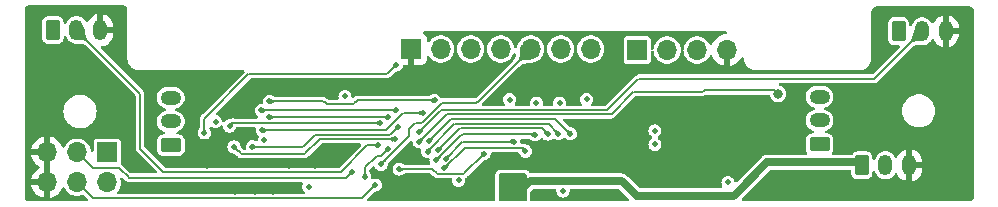
<source format=gbl>
G04 #@! TF.GenerationSoftware,KiCad,Pcbnew,7.0.2-0*
G04 #@! TF.CreationDate,2024-01-02T14:26:46-05:00*
G04 #@! TF.ProjectId,GTV,4754562e-6b69-4636-9164-5f7063625858,rev?*
G04 #@! TF.SameCoordinates,Original*
G04 #@! TF.FileFunction,Copper,L4,Bot*
G04 #@! TF.FilePolarity,Positive*
%FSLAX46Y46*%
G04 Gerber Fmt 4.6, Leading zero omitted, Abs format (unit mm)*
G04 Created by KiCad (PCBNEW 7.0.2-0) date 2024-01-02 14:26:46*
%MOMM*%
%LPD*%
G01*
G04 APERTURE LIST*
G04 Aperture macros list*
%AMRoundRect*
0 Rectangle with rounded corners*
0 $1 Rounding radius*
0 $2 $3 $4 $5 $6 $7 $8 $9 X,Y pos of 4 corners*
0 Add a 4 corners polygon primitive as box body*
4,1,4,$2,$3,$4,$5,$6,$7,$8,$9,$2,$3,0*
0 Add four circle primitives for the rounded corners*
1,1,$1+$1,$2,$3*
1,1,$1+$1,$4,$5*
1,1,$1+$1,$6,$7*
1,1,$1+$1,$8,$9*
0 Add four rect primitives between the rounded corners*
20,1,$1+$1,$2,$3,$4,$5,0*
20,1,$1+$1,$4,$5,$6,$7,0*
20,1,$1+$1,$6,$7,$8,$9,0*
20,1,$1+$1,$8,$9,$2,$3,0*%
G04 Aperture macros list end*
G04 #@! TA.AperFunction,ComponentPad*
%ADD10R,1.700000X1.700000*%
G04 #@! TD*
G04 #@! TA.AperFunction,ComponentPad*
%ADD11O,1.700000X1.700000*%
G04 #@! TD*
G04 #@! TA.AperFunction,ComponentPad*
%ADD12RoundRect,0.250000X-0.350000X-0.625000X0.350000X-0.625000X0.350000X0.625000X-0.350000X0.625000X0*%
G04 #@! TD*
G04 #@! TA.AperFunction,ComponentPad*
%ADD13O,1.200000X1.750000*%
G04 #@! TD*
G04 #@! TA.AperFunction,ComponentPad*
%ADD14RoundRect,0.250000X0.625000X-0.350000X0.625000X0.350000X-0.625000X0.350000X-0.625000X-0.350000X0*%
G04 #@! TD*
G04 #@! TA.AperFunction,ComponentPad*
%ADD15O,1.750000X1.200000*%
G04 #@! TD*
G04 #@! TA.AperFunction,ViaPad*
%ADD16C,0.500000*%
G04 #@! TD*
G04 #@! TA.AperFunction,ViaPad*
%ADD17C,0.800000*%
G04 #@! TD*
G04 #@! TA.AperFunction,Conductor*
%ADD18C,0.700000*%
G04 #@! TD*
G04 #@! TA.AperFunction,Conductor*
%ADD19C,0.127000*%
G04 #@! TD*
G04 APERTURE END LIST*
D10*
X134700000Y-114860000D03*
D11*
X134700000Y-117400000D03*
X132160000Y-114860000D03*
X132160000Y-117400000D03*
X129620000Y-114860000D03*
X129620000Y-117400000D03*
D12*
X201700000Y-104600000D03*
D13*
X203700000Y-104600000D03*
X205700000Y-104600000D03*
D10*
X160390000Y-106110000D03*
D11*
X162930000Y-106110000D03*
X165470000Y-106110000D03*
X168010000Y-106110000D03*
X170550000Y-106110000D03*
X173090000Y-106110000D03*
X175630000Y-106110000D03*
D10*
X179570000Y-106190000D03*
D11*
X182110000Y-106190000D03*
X184650000Y-106190000D03*
X187190000Y-106190000D03*
D12*
X130100000Y-104500000D03*
D13*
X132100000Y-104500000D03*
X134100000Y-104500000D03*
D12*
X198590000Y-115960000D03*
D13*
X200590000Y-115960000D03*
X202590000Y-115960000D03*
D14*
X195010000Y-114160000D03*
D15*
X195010000Y-112160000D03*
X195010000Y-110160000D03*
D14*
X140080000Y-114240000D03*
D15*
X140080000Y-112240000D03*
X140080000Y-110240000D03*
D16*
X157390000Y-117630000D03*
X154827500Y-110117500D03*
X164460000Y-117242500D03*
X148000000Y-113850000D03*
X181067500Y-113040000D03*
X151757500Y-117767500D03*
X187247500Y-117390000D03*
X181067500Y-114190000D03*
X143880000Y-112260000D03*
X173290000Y-118140000D03*
X146600000Y-109470000D03*
X143880000Y-110050000D03*
X184517500Y-111740000D03*
X148730000Y-118220000D03*
X170092500Y-110432500D03*
X143120000Y-116000000D03*
X152317500Y-116017500D03*
X176340000Y-118330000D03*
X165990000Y-117842500D03*
X186517500Y-111740000D03*
X172010000Y-118600000D03*
X185567500Y-111740000D03*
X145560000Y-118220000D03*
X147180000Y-118210000D03*
X153347500Y-114667500D03*
X150130000Y-116040000D03*
X173992500Y-110442500D03*
X170870000Y-118620000D03*
X153867500Y-110107500D03*
X183617500Y-111740000D03*
X151660000Y-109960000D03*
X168180000Y-117500000D03*
X176720000Y-117300000D03*
X190600000Y-115700000D03*
X169050000Y-117520000D03*
X169310000Y-118480000D03*
X158510000Y-114540000D03*
X156510000Y-116930000D03*
X155430000Y-116510000D03*
X157660000Y-114250000D03*
X157880000Y-115870000D03*
X161120000Y-113130000D03*
X175282500Y-110382500D03*
X173010000Y-110690000D03*
X168782500Y-110392500D03*
X171040000Y-110690000D03*
X161110000Y-113960000D03*
D17*
X191500000Y-109900000D03*
D16*
X142920000Y-113210000D03*
X159170000Y-107450000D03*
X159030000Y-113720000D03*
X145440000Y-114400000D03*
X159340000Y-112700000D03*
X146980000Y-114390000D03*
X159420000Y-116280000D03*
X166610000Y-114960000D03*
X170100000Y-114760000D03*
X163235105Y-116215105D03*
X163350000Y-115420000D03*
X169120000Y-113950000D03*
X162540000Y-115540000D03*
X170955000Y-113355000D03*
X171990000Y-113320000D03*
X162730000Y-114660000D03*
X172900000Y-113290000D03*
X161820000Y-114790000D03*
X161950000Y-113910000D03*
X173920000Y-113290000D03*
X162420000Y-110460000D03*
X148430000Y-110550000D03*
X161400000Y-111500000D03*
X147840000Y-112990000D03*
X147750000Y-111300000D03*
X159190000Y-111300000D03*
X148380000Y-111870000D03*
X158510000Y-111880000D03*
X145070000Y-112630000D03*
X157820000Y-112360000D03*
D18*
X170431421Y-117358579D02*
X169310000Y-118480000D01*
X170572843Y-117300031D02*
G75*
G03*
X170431422Y-117358580I-43J-199969D01*
G01*
X176720000Y-117300000D02*
X170572843Y-117300000D01*
D19*
X132160000Y-114860000D02*
X133470710Y-116170710D01*
D18*
X198359301Y-115729279D02*
G75*
G03*
X198288579Y-115700000I-70701J-70721D01*
G01*
D19*
X156228579Y-118749984D02*
G75*
G03*
X156299288Y-118720710I21J99984D01*
G01*
X133480699Y-118720721D02*
G75*
G03*
X133551421Y-118750000I70701J70721D01*
G01*
X136504002Y-116970724D02*
G75*
G03*
X136574727Y-117000000I70698J70724D01*
G01*
X133470699Y-116170721D02*
G75*
G03*
X133541421Y-116200000I70701J70721D01*
G01*
X135762603Y-116229281D02*
G75*
G03*
X135691885Y-116200000I-70703J-70719D01*
G01*
X154898579Y-116999984D02*
G75*
G03*
X154969288Y-116970710I21J99984D01*
G01*
X162419301Y-110459279D02*
G75*
G03*
X162348579Y-110430000I-70701J-70721D01*
G01*
X185261921Y-109599516D02*
G75*
G03*
X185191211Y-109628791I-21J-99984D01*
G01*
X185048579Y-109729984D02*
G75*
G03*
X185119288Y-109700710I21J99984D01*
G01*
X191228800Y-109628778D02*
G75*
G03*
X191158079Y-109599500I-70700J-70722D01*
G01*
D18*
X190600000Y-115700000D02*
X198288579Y-115700000D01*
X198359290Y-115729290D02*
X198590000Y-115960000D01*
D19*
X157390000Y-117630000D02*
X156299289Y-118720711D01*
X156228579Y-118750000D02*
X133551421Y-118750000D01*
X133480710Y-118720710D02*
X132160000Y-117400000D01*
X155430000Y-116510000D02*
X154969289Y-116970711D01*
X154898579Y-117000000D02*
X136574727Y-117000000D01*
X136504016Y-116970710D02*
X135762595Y-116229289D01*
X135691885Y-116200000D02*
X133541421Y-116200000D01*
D18*
X176720000Y-117300000D02*
X178197157Y-117300000D01*
X187838579Y-118461421D02*
X190600000Y-115700000D01*
X179582843Y-118520000D02*
X187697157Y-118520000D01*
X178338579Y-117358579D02*
X179441422Y-118461422D01*
X179441401Y-118461443D02*
G75*
G03*
X179582843Y-118520000I141399J141443D01*
G01*
X187697157Y-118519969D02*
G75*
G03*
X187838578Y-118461420I43J199969D01*
G01*
X178338600Y-117358558D02*
G75*
G03*
X178197157Y-117300000I-141400J-141442D01*
G01*
D19*
X156510000Y-116282843D02*
X156510000Y-116930000D01*
X158510000Y-114540000D02*
X157898578Y-115151422D01*
X157441421Y-115268579D02*
X156568578Y-116141422D01*
X157757157Y-115210000D02*
X157582843Y-115210000D01*
X157757157Y-115209969D02*
G75*
G03*
X157898577Y-115151421I43J199969D01*
G01*
X156568557Y-116141401D02*
G75*
G03*
X156510000Y-116282843I141443J-141399D01*
G01*
X157582843Y-115210031D02*
G75*
G03*
X157441422Y-115268580I-43J-199969D01*
G01*
X139464421Y-116494421D02*
X137518578Y-114548578D01*
X137460000Y-114407157D02*
X137460000Y-109942843D01*
X154324157Y-116553000D02*
X139605843Y-116553000D01*
X156651421Y-114308579D02*
X154465578Y-116494422D01*
X137401421Y-109801421D02*
X132100000Y-104500000D01*
X157660000Y-114250000D02*
X156792843Y-114250000D01*
X154324157Y-116552969D02*
G75*
G03*
X154465577Y-116494421I43J199969D01*
G01*
X156792843Y-114250031D02*
G75*
G03*
X156651422Y-114308580I-43J-199969D01*
G01*
X137459969Y-109942843D02*
G75*
G03*
X137401420Y-109801422I-199969J43D01*
G01*
X139464400Y-116494442D02*
G75*
G03*
X139605843Y-116553000I141400J141442D01*
G01*
X137460031Y-114407157D02*
G75*
G03*
X137518579Y-114548577I199969J-43D01*
G01*
X161448579Y-112281421D02*
X163031422Y-110698578D01*
X160288579Y-112881421D02*
X160771422Y-112398578D01*
X163172843Y-110640000D02*
X165937157Y-110640000D01*
X166078579Y-110581421D02*
X170550000Y-106110000D01*
X160912843Y-112340000D02*
X161307157Y-112340000D01*
X160230000Y-113437157D02*
X160230000Y-113022843D01*
X157880000Y-115870000D02*
X160171422Y-113578578D01*
X163172843Y-110640031D02*
G75*
G03*
X163031423Y-110698579I-43J-199969D01*
G01*
X161307157Y-112339969D02*
G75*
G03*
X161448578Y-112281420I43J199969D01*
G01*
X160288558Y-112881400D02*
G75*
G03*
X160230000Y-113022843I141442J-141400D01*
G01*
X160171443Y-113578599D02*
G75*
G03*
X160230000Y-113437157I-141443J141399D01*
G01*
X165937157Y-110639969D02*
G75*
G03*
X166078578Y-110581420I43J199969D01*
G01*
X160912843Y-112340031D02*
G75*
G03*
X160771423Y-112398579I-43J-199969D01*
G01*
X161130000Y-113130000D02*
X162911422Y-111348578D01*
X177088579Y-111231421D02*
X179651422Y-108668578D01*
X199748579Y-108551421D02*
X203700000Y-104600000D01*
X161120000Y-113130000D02*
X161130000Y-113130000D01*
X179792843Y-108610000D02*
X199607157Y-108610000D01*
X163052843Y-111290000D02*
X176947157Y-111290000D01*
X163052843Y-111290031D02*
G75*
G03*
X162911423Y-111348579I-43J-199969D01*
G01*
X179792843Y-108610031D02*
G75*
G03*
X179651423Y-108668579I-43J-199969D01*
G01*
X176947157Y-111289969D02*
G75*
G03*
X177088578Y-111231420I43J199969D01*
G01*
X199607157Y-108609969D02*
G75*
G03*
X199748578Y-108551420I43J199969D01*
G01*
X191500000Y-109900000D02*
X191228789Y-109628789D01*
X163381421Y-111688579D02*
X161110000Y-113960000D01*
X179181421Y-109788579D02*
X177398578Y-111571422D01*
X177257157Y-111630000D02*
X163522843Y-111630000D01*
X185048579Y-109730000D02*
X179322843Y-109730000D01*
X191158079Y-109599500D02*
X185261921Y-109599500D01*
X185191210Y-109628790D02*
X185119289Y-109700711D01*
X163522843Y-111630031D02*
G75*
G03*
X163381422Y-111688580I-43J-199969D01*
G01*
X177257157Y-111629969D02*
G75*
G03*
X177398577Y-111571421I43J199969D01*
G01*
X179322843Y-109730031D02*
G75*
G03*
X179181422Y-109788580I-43J-199969D01*
G01*
X142920000Y-113210000D02*
X142920000Y-112082843D01*
X158478579Y-108141421D02*
X159170000Y-107450000D01*
X142978579Y-111941421D02*
X146661422Y-108258578D01*
X146802843Y-108200000D02*
X158337157Y-108200000D01*
X158337157Y-108199969D02*
G75*
G03*
X158478578Y-108141420I43J199969D01*
G01*
X146802843Y-108200031D02*
G75*
G03*
X146661423Y-108258579I-43J-199969D01*
G01*
X142978558Y-111941400D02*
G75*
G03*
X142920000Y-112082843I141442J-141400D01*
G01*
X152622447Y-113778579D02*
X151449604Y-114951422D01*
X151308183Y-115010000D02*
X146132843Y-115010000D01*
X145991421Y-114951421D02*
X145440000Y-114400000D01*
X159030000Y-113720000D02*
X152763869Y-113720000D01*
X145991400Y-114951442D02*
G75*
G03*
X146132843Y-115010000I141400J141442D01*
G01*
X152763869Y-113719978D02*
G75*
G03*
X152622447Y-113778579I31J-200022D01*
G01*
X151308183Y-115009988D02*
G75*
G03*
X151449604Y-114951422I17J199988D01*
G01*
X152231421Y-113458579D02*
X151358578Y-114331422D01*
X158557157Y-113400000D02*
X152372843Y-113400000D01*
X159340000Y-112700000D02*
X158698578Y-113341422D01*
X151217157Y-114390000D02*
X146980000Y-114390000D01*
X158557157Y-113399969D02*
G75*
G03*
X158698577Y-113341421I43J199969D01*
G01*
X152372843Y-113400031D02*
G75*
G03*
X152231422Y-113458580I-43J-199969D01*
G01*
X151217157Y-114389969D02*
G75*
G03*
X151358577Y-114331421I43J199969D01*
G01*
X164797157Y-116690000D02*
X162742843Y-116690000D01*
X162167157Y-116280000D02*
X159420000Y-116280000D01*
X166610000Y-114960000D02*
X164938578Y-116631422D01*
X162601421Y-116631421D02*
X162308578Y-116338578D01*
X164797157Y-116689969D02*
G75*
G03*
X164938577Y-116631421I43J199969D01*
G01*
X162601400Y-116631442D02*
G75*
G03*
X162742843Y-116690000I141400J141442D01*
G01*
X162308599Y-116338557D02*
G75*
G03*
X162167157Y-116280000I-141399J-141443D01*
G01*
X169878579Y-114538579D02*
X170100000Y-114760000D01*
X165052843Y-114480000D02*
X169737157Y-114480000D01*
X163235105Y-116215105D02*
X163235105Y-116214895D01*
X163235105Y-116214895D02*
X164911422Y-114538578D01*
X165052843Y-114480031D02*
G75*
G03*
X164911423Y-114538579I-43J-199969D01*
G01*
X169878600Y-114538558D02*
G75*
G03*
X169737157Y-114480000I-141400J-141442D01*
G01*
X164902843Y-113950000D02*
X169120000Y-113950000D01*
X163350000Y-115420000D02*
X164761422Y-114008578D01*
X164902843Y-113950031D02*
G75*
G03*
X164761423Y-114008579I-43J-199969D01*
G01*
X162540000Y-115540000D02*
X164681422Y-113398578D01*
X164822843Y-113340000D02*
X170940000Y-113340000D01*
X170940000Y-113340000D02*
X170955000Y-113355000D01*
X164822843Y-113340031D02*
G75*
G03*
X164681423Y-113398579I-43J-199969D01*
G01*
X164702843Y-112770000D02*
X171367157Y-112770000D01*
X162730000Y-114660000D02*
X164561422Y-112828578D01*
X171990000Y-113310000D02*
X171990000Y-113320000D01*
X171508579Y-112828579D02*
X171990000Y-113310000D01*
X171508600Y-112828558D02*
G75*
G03*
X171367157Y-112770000I-141400J-141442D01*
G01*
X164702843Y-112770031D02*
G75*
G03*
X164561423Y-112828579I-43J-199969D01*
G01*
X172108579Y-112498579D02*
X172900000Y-113290000D01*
X161820000Y-114770000D02*
X164091422Y-112498578D01*
X164232843Y-112440000D02*
X171967157Y-112440000D01*
X161820000Y-114790000D02*
X161820000Y-114770000D01*
X172108600Y-112498558D02*
G75*
G03*
X171967157Y-112440000I-141400J-141442D01*
G01*
X164232843Y-112440031D02*
G75*
G03*
X164091423Y-112498579I-43J-199969D01*
G01*
X161950000Y-113910000D02*
X163751422Y-112108578D01*
X163892843Y-112050000D02*
X172597157Y-112050000D01*
X172738579Y-112108579D02*
X173920000Y-113290000D01*
X163892843Y-112050031D02*
G75*
G03*
X163751423Y-112108579I-43J-199969D01*
G01*
X172738600Y-112108558D02*
G75*
G03*
X172597157Y-112050000I-141400J-141442D01*
G01*
X155952843Y-110430000D02*
X162348579Y-110430000D01*
X155588579Y-110711421D02*
X155811422Y-110488578D01*
X162419290Y-110459290D02*
X162420000Y-110460000D01*
X153108579Y-110598579D02*
X153221422Y-110711422D01*
X148440000Y-110540000D02*
X152967157Y-110540000D01*
X153362843Y-110770000D02*
X155447157Y-110770000D01*
X148430000Y-110550000D02*
X148440000Y-110540000D01*
X155447157Y-110769969D02*
G75*
G03*
X155588578Y-110711420I43J199969D01*
G01*
X153221401Y-110711443D02*
G75*
G03*
X153362843Y-110770000I141399J141443D01*
G01*
X155952843Y-110430031D02*
G75*
G03*
X155811423Y-110488579I-43J-199969D01*
G01*
X153108600Y-110598558D02*
G75*
G03*
X152967157Y-110540000I-141400J-141442D01*
G01*
X147850000Y-112980000D02*
X158247157Y-112980000D01*
X158388579Y-112921421D02*
X159751422Y-111558578D01*
X147840000Y-112990000D02*
X147850000Y-112980000D01*
X159892843Y-111500000D02*
X161400000Y-111500000D01*
X159892843Y-111500031D02*
G75*
G03*
X159751423Y-111558579I-43J-199969D01*
G01*
X158247157Y-112979969D02*
G75*
G03*
X158388578Y-112921420I43J199969D01*
G01*
X159190000Y-111300000D02*
X147750000Y-111300000D01*
X158510000Y-111880000D02*
X148390000Y-111880000D01*
X148390000Y-111880000D02*
X148380000Y-111870000D01*
X145281421Y-112418579D02*
X145070000Y-112630000D01*
X157820000Y-112360000D02*
X145422843Y-112360000D01*
X145422843Y-112360031D02*
G75*
G03*
X145281422Y-112418580I-43J-199969D01*
G01*
G04 #@! TA.AperFunction,Conductor*
G36*
X136008058Y-102401561D02*
G01*
X136043134Y-102406178D01*
X136087214Y-102411982D01*
X136118479Y-102420359D01*
X136184665Y-102447774D01*
X136212699Y-102463960D01*
X136269537Y-102507574D01*
X136292425Y-102530462D01*
X136336039Y-102587300D01*
X136352225Y-102615335D01*
X136379639Y-102681519D01*
X136388017Y-102712784D01*
X136398439Y-102791939D01*
X136399500Y-102808126D01*
X136399500Y-106987532D01*
X136429545Y-107157935D01*
X136429899Y-107159938D01*
X136489774Y-107324443D01*
X136489776Y-107324447D01*
X136577307Y-107476054D01*
X136595413Y-107497632D01*
X136689837Y-107610163D01*
X136823945Y-107722692D01*
X136975555Y-107810225D01*
X137140062Y-107870101D01*
X137254999Y-107890366D01*
X137312467Y-107900500D01*
X137312468Y-107900500D01*
X137319962Y-107900500D01*
X137320003Y-107900507D01*
X137343853Y-107900505D01*
X137343856Y-107900506D01*
X137405033Y-107900500D01*
X137447595Y-107900500D01*
X137472364Y-107900500D01*
X137472397Y-107900492D01*
X146206215Y-107899636D01*
X146273255Y-107919314D01*
X146319015Y-107972113D01*
X146328966Y-108041271D01*
X146299947Y-108104830D01*
X146293907Y-108111317D01*
X142774697Y-111630527D01*
X142774635Y-111630573D01*
X142757488Y-111647725D01*
X142757402Y-111647771D01*
X142721133Y-111684051D01*
X142681856Y-111723340D01*
X142648269Y-111773624D01*
X142620142Y-111815733D01*
X142577643Y-111918388D01*
X142566379Y-111975074D01*
X142560304Y-112005647D01*
X142560082Y-112006762D01*
X142555986Y-112021947D01*
X142556000Y-112081841D01*
X142556000Y-112659865D01*
X142551426Y-112693234D01*
X142551234Y-112693919D01*
X142548710Y-112722630D01*
X142529837Y-112778285D01*
X142529080Y-112779476D01*
X142527435Y-112781996D01*
X142508607Y-112810088D01*
X142486074Y-112843709D01*
X142485236Y-112844959D01*
X142484186Y-112846608D01*
X142475052Y-112861236D01*
X142474050Y-112862924D01*
X142474323Y-112862487D01*
X142473399Y-112864161D01*
X142465289Y-112879159D01*
X142464418Y-112880861D01*
X142421664Y-112965996D01*
X142417035Y-112975627D01*
X142417023Y-112975652D01*
X142417011Y-112975679D01*
X142416680Y-112976400D01*
X142416331Y-112977220D01*
X142415980Y-112978016D01*
X142409862Y-112992426D01*
X142408483Y-112999657D01*
X142401244Y-113023860D01*
X142383671Y-113066290D01*
X142383670Y-113066292D01*
X142364750Y-113210000D01*
X142383670Y-113353709D01*
X142439137Y-113487622D01*
X142439138Y-113487624D01*
X142439139Y-113487625D01*
X142527379Y-113602621D01*
X142642375Y-113690861D01*
X142642376Y-113690861D01*
X142642377Y-113690862D01*
X142656042Y-113696522D01*
X142776291Y-113746330D01*
X142920000Y-113765250D01*
X143063709Y-113746330D01*
X143197625Y-113690861D01*
X143312621Y-113602621D01*
X143400861Y-113487625D01*
X143456330Y-113353709D01*
X143475250Y-113210000D01*
X143456330Y-113066291D01*
X143429112Y-113000581D01*
X143424531Y-112987494D01*
X143421685Y-112977625D01*
X143418327Y-112965980D01*
X143374711Y-112879163D01*
X143374709Y-112879159D01*
X143373809Y-112877468D01*
X143365625Y-112862401D01*
X143364657Y-112860711D01*
X143364889Y-112861139D01*
X143364133Y-112859916D01*
X143346307Y-112792359D01*
X143367836Y-112725889D01*
X143421884Y-112681610D01*
X143491291Y-112673580D01*
X143545745Y-112697407D01*
X143602375Y-112740861D01*
X143602376Y-112740861D01*
X143602377Y-112740862D01*
X143609193Y-112743685D01*
X143736291Y-112796330D01*
X143861079Y-112812758D01*
X143879999Y-112815250D01*
X143879999Y-112815249D01*
X143880000Y-112815250D01*
X144023709Y-112796330D01*
X144157625Y-112740861D01*
X144272621Y-112652621D01*
X144299593Y-112617470D01*
X144356019Y-112576268D01*
X144425765Y-112572113D01*
X144486685Y-112606324D01*
X144519439Y-112668041D01*
X144520907Y-112676770D01*
X144533670Y-112773709D01*
X144589137Y-112907622D01*
X144589138Y-112907624D01*
X144589139Y-112907625D01*
X144677379Y-113022621D01*
X144792375Y-113110861D01*
X144926291Y-113166330D01*
X145051078Y-113182758D01*
X145069999Y-113185250D01*
X145069999Y-113185249D01*
X145070000Y-113185250D01*
X145213709Y-113166330D01*
X145347625Y-113110861D01*
X145462621Y-113022621D01*
X145550861Y-112907625D01*
X145591271Y-112810062D01*
X145594218Y-112803498D01*
X145598837Y-112793959D01*
X145645770Y-112742200D01*
X145710441Y-112724000D01*
X147178375Y-112724000D01*
X147245414Y-112743685D01*
X147291169Y-112796489D01*
X147301314Y-112864186D01*
X147284749Y-112989999D01*
X147303670Y-113133709D01*
X147359137Y-113267622D01*
X147359138Y-113267624D01*
X147359139Y-113267625D01*
X147447379Y-113382621D01*
X147447380Y-113382622D01*
X147473091Y-113402350D01*
X147477376Y-113405639D01*
X147485987Y-113412246D01*
X147527190Y-113468673D01*
X147531345Y-113538420D01*
X147525062Y-113558074D01*
X147463670Y-113706290D01*
X147448674Y-113820190D01*
X147420407Y-113884087D01*
X147362082Y-113922557D01*
X147292217Y-113923388D01*
X147270069Y-113914807D01*
X147224019Y-113891672D01*
X147214546Y-113887115D01*
X147214523Y-113887105D01*
X147214513Y-113887100D01*
X147213778Y-113886762D01*
X147212974Y-113886420D01*
X147212162Y-113886061D01*
X147197573Y-113879863D01*
X147190349Y-113878485D01*
X147166132Y-113871242D01*
X147159671Y-113868566D01*
X147123709Y-113853670D01*
X146979999Y-113834749D01*
X146836290Y-113853670D01*
X146702377Y-113909137D01*
X146587379Y-113997379D01*
X146499137Y-114112377D01*
X146443670Y-114246290D01*
X146434727Y-114314222D01*
X146424750Y-114390000D01*
X146439997Y-114505815D01*
X146429233Y-114574849D01*
X146382853Y-114627105D01*
X146317059Y-114646000D01*
X146252136Y-114646000D01*
X146185097Y-114626315D01*
X146164455Y-114609681D01*
X146086386Y-114531612D01*
X146066024Y-114504779D01*
X146065679Y-114504167D01*
X146065678Y-114504165D01*
X146065677Y-114504164D01*
X146047161Y-114482079D01*
X146021155Y-114429392D01*
X146020848Y-114428018D01*
X146020232Y-114425086D01*
X146005546Y-114350702D01*
X146005137Y-114348859D01*
X146001317Y-114332296D01*
X146000841Y-114330424D01*
X146000946Y-114330883D01*
X146000409Y-114329019D01*
X145995468Y-114312413D01*
X145994861Y-114310528D01*
X145964919Y-114220178D01*
X145961369Y-114210061D01*
X145961362Y-114210040D01*
X145961081Y-114209282D01*
X145960745Y-114208451D01*
X145960436Y-114207651D01*
X145954572Y-114193136D01*
X145954557Y-114193115D01*
X145954557Y-114193113D01*
X145950437Y-114187050D01*
X145938439Y-114164813D01*
X145920861Y-114122375D01*
X145832621Y-114007379D01*
X145717625Y-113919139D01*
X145717624Y-113919138D01*
X145717622Y-113919137D01*
X145583709Y-113863670D01*
X145440000Y-113844749D01*
X145296290Y-113863670D01*
X145162377Y-113919137D01*
X145047379Y-114007379D01*
X144959137Y-114122377D01*
X144903670Y-114256290D01*
X144884749Y-114400000D01*
X144903670Y-114543709D01*
X144959137Y-114677622D01*
X144959138Y-114677624D01*
X144959139Y-114677625D01*
X145045367Y-114789999D01*
X145047380Y-114792622D01*
X145053943Y-114797658D01*
X145162375Y-114880861D01*
X145179413Y-114887918D01*
X145228077Y-114908075D01*
X145240579Y-114914093D01*
X145260178Y-114924919D01*
X145281222Y-114931889D01*
X145352414Y-114955469D01*
X145354256Y-114956030D01*
X145370883Y-114960946D01*
X145372788Y-114961463D01*
X145372296Y-114961317D01*
X145374148Y-114961757D01*
X145390703Y-114965546D01*
X145392606Y-114965938D01*
X145465086Y-114980232D01*
X145468018Y-114980848D01*
X145469392Y-114981155D01*
X145522080Y-115007162D01*
X145544164Y-115025677D01*
X145545935Y-115026699D01*
X145571651Y-115046425D01*
X145679771Y-115154545D01*
X145679816Y-115154606D01*
X145697723Y-115172508D01*
X145697772Y-115172598D01*
X145734051Y-115208866D01*
X145734051Y-115208867D01*
X145773340Y-115248144D01*
X145865672Y-115309817D01*
X145865732Y-115309857D01*
X145968392Y-115352358D01*
X146035198Y-115365632D01*
X146056754Y-115369915D01*
X146071947Y-115374013D01*
X146077366Y-115374011D01*
X146077367Y-115374012D01*
X146132921Y-115374000D01*
X151308152Y-115374000D01*
X151338345Y-115374000D01*
X151349491Y-115374000D01*
X151349584Y-115373991D01*
X151363702Y-115373993D01*
X151472668Y-115352327D01*
X151575313Y-115309819D01*
X151650320Y-115259707D01*
X151663898Y-115251900D01*
X151664038Y-115251759D01*
X151664040Y-115251759D01*
X151709736Y-115206063D01*
X151747743Y-115168062D01*
X151747744Y-115168059D01*
X151763366Y-115152440D01*
X151763384Y-115152413D01*
X152795479Y-114120319D01*
X152856803Y-114086834D01*
X152883161Y-114084000D01*
X156061864Y-114084000D01*
X156128903Y-114103685D01*
X156174658Y-114156489D01*
X156184602Y-114225647D01*
X156155577Y-114289203D01*
X156149545Y-114295681D01*
X154292545Y-116152681D01*
X154231222Y-116186166D01*
X154204864Y-116189000D01*
X139725136Y-116189000D01*
X139658097Y-116169315D01*
X139637455Y-116152681D01*
X138117876Y-114633102D01*
X138904500Y-114633102D01*
X138904940Y-114636765D01*
X138915123Y-114721567D01*
X138966024Y-114850639D01*
X138970639Y-114862342D01*
X138989903Y-114887745D01*
X139062077Y-114982922D01*
X139105769Y-115016054D01*
X139182658Y-115074361D01*
X139239786Y-115096889D01*
X139323432Y-115129876D01*
X139323434Y-115129876D01*
X139323436Y-115129877D01*
X139411898Y-115140500D01*
X139415599Y-115140500D01*
X140744401Y-115140500D01*
X140748102Y-115140500D01*
X140836564Y-115129877D01*
X140977342Y-115074361D01*
X141097922Y-114982922D01*
X141189361Y-114862342D01*
X141244877Y-114721564D01*
X141255500Y-114633102D01*
X141255500Y-113846898D01*
X141244877Y-113758436D01*
X141244876Y-113758434D01*
X141244876Y-113758432D01*
X141189361Y-113617659D01*
X141189361Y-113617658D01*
X141137450Y-113549203D01*
X141097922Y-113497077D01*
X141012923Y-113432621D01*
X140977342Y-113405639D01*
X140977340Y-113405638D01*
X140836567Y-113350123D01*
X140773862Y-113342593D01*
X140748102Y-113339500D01*
X140668072Y-113339500D01*
X140601033Y-113319815D01*
X140555278Y-113267011D01*
X140545334Y-113197853D01*
X140574359Y-113134297D01*
X140629754Y-113097569D01*
X140723284Y-113067179D01*
X140887216Y-112972533D01*
X140959303Y-112907625D01*
X141027888Y-112845871D01*
X141050136Y-112815250D01*
X141139151Y-112692730D01*
X141152236Y-112663340D01*
X141216144Y-112519803D01*
X141255500Y-112334646D01*
X141255500Y-112145354D01*
X141255288Y-112144358D01*
X141216144Y-111960197D01*
X141139151Y-111787269D01*
X141027889Y-111634129D01*
X140887216Y-111507466D01*
X140723284Y-111412820D01*
X140595196Y-111371202D01*
X140554349Y-111357930D01*
X140496675Y-111318494D01*
X140469476Y-111254135D01*
X140481390Y-111185289D01*
X140528635Y-111133813D01*
X140554347Y-111122070D01*
X140723284Y-111067179D01*
X140887216Y-110972533D01*
X141027888Y-110845871D01*
X141039942Y-110829281D01*
X141139151Y-110692730D01*
X141144307Y-110681150D01*
X141216144Y-110519803D01*
X141244518Y-110386315D01*
X141255500Y-110334647D01*
X141255500Y-110145352D01*
X141216144Y-109960197D01*
X141139151Y-109787269D01*
X141027889Y-109634129D01*
X140887216Y-109507466D01*
X140723284Y-109412820D01*
X140543257Y-109354326D01*
X140405411Y-109339838D01*
X140405404Y-109339837D01*
X140402192Y-109339500D01*
X139757808Y-109339500D01*
X139754596Y-109339837D01*
X139754588Y-109339838D01*
X139616742Y-109354326D01*
X139436715Y-109412820D01*
X139272783Y-109507466D01*
X139132110Y-109634129D01*
X139020848Y-109787269D01*
X138943855Y-109960197D01*
X138904500Y-110145352D01*
X138904500Y-110334647D01*
X138943855Y-110519802D01*
X139020848Y-110692730D01*
X139132110Y-110845870D01*
X139272783Y-110972533D01*
X139393224Y-111042069D01*
X139436716Y-111067179D01*
X139605649Y-111122069D01*
X139663324Y-111161505D01*
X139690523Y-111225863D01*
X139678609Y-111294710D01*
X139631365Y-111346186D01*
X139605650Y-111357930D01*
X139436714Y-111412821D01*
X139272783Y-111507466D01*
X139132110Y-111634129D01*
X139020848Y-111787269D01*
X138943855Y-111960197D01*
X138904500Y-112145352D01*
X138904500Y-112334647D01*
X138943855Y-112519802D01*
X139020848Y-112692730D01*
X139132110Y-112845870D01*
X139272783Y-112972533D01*
X139436715Y-113067179D01*
X139530246Y-113097569D01*
X139587921Y-113137006D01*
X139615120Y-113201365D01*
X139603205Y-113270211D01*
X139555961Y-113321687D01*
X139491928Y-113339500D01*
X139411898Y-113339500D01*
X139408233Y-113339940D01*
X139408234Y-113339940D01*
X139323432Y-113350123D01*
X139182659Y-113405638D01*
X139062077Y-113497077D01*
X138970638Y-113617659D01*
X138915123Y-113758432D01*
X138910028Y-113800861D01*
X138904500Y-113846898D01*
X138904500Y-114633102D01*
X138117876Y-114633102D01*
X137860319Y-114375545D01*
X137826834Y-114314222D01*
X137824000Y-114287864D01*
X137824000Y-109902315D01*
X137823977Y-109902052D01*
X137823981Y-109887370D01*
X137802327Y-109778399D01*
X137759829Y-109675747D01*
X137759828Y-109675745D01*
X137709707Y-109600706D01*
X137701899Y-109587125D01*
X137658845Y-109544072D01*
X137618086Y-109503300D01*
X137618085Y-109503299D01*
X137604604Y-109489814D01*
X137604544Y-109489770D01*
X134193101Y-106078327D01*
X134159616Y-106017004D01*
X134164600Y-105947312D01*
X134206472Y-105891379D01*
X134251548Y-105870141D01*
X134461411Y-105819229D01*
X134652505Y-105731960D01*
X134823621Y-105610107D01*
X134968592Y-105458066D01*
X135082166Y-105281344D01*
X135160244Y-105086314D01*
X135200000Y-104880037D01*
X135200000Y-104750000D01*
X134379560Y-104750000D01*
X134418278Y-104707941D01*
X134468551Y-104593330D01*
X134478886Y-104468605D01*
X134448163Y-104347281D01*
X134384606Y-104250000D01*
X135200000Y-104250000D01*
X135200000Y-104175549D01*
X135199718Y-104169640D01*
X135185035Y-104015879D01*
X135125850Y-103814312D01*
X135029587Y-103627587D01*
X134899730Y-103462461D01*
X134740963Y-103324888D01*
X134559036Y-103219853D01*
X134360511Y-103151143D01*
X134350000Y-103149631D01*
X134350000Y-104219382D01*
X134280948Y-104165637D01*
X134162576Y-104125000D01*
X134068927Y-104125000D01*
X133976554Y-104140414D01*
X133866486Y-104199981D01*
X133849999Y-104217889D01*
X133849999Y-103153740D01*
X133738593Y-103180768D01*
X133547494Y-103268039D01*
X133376378Y-103389892D01*
X133231407Y-103541933D01*
X133117831Y-103718659D01*
X133101998Y-103758209D01*
X133058807Y-103813130D01*
X132992780Y-103835982D01*
X132924880Y-103819508D01*
X132879494Y-103774122D01*
X132832533Y-103692783D01*
X132705870Y-103552110D01*
X132552730Y-103440848D01*
X132379802Y-103363855D01*
X132194648Y-103324500D01*
X132194646Y-103324500D01*
X132005354Y-103324500D01*
X132005352Y-103324500D01*
X131820197Y-103363855D01*
X131647269Y-103440848D01*
X131494129Y-103552110D01*
X131367466Y-103692783D01*
X131272820Y-103856715D01*
X131242431Y-103950246D01*
X131202994Y-104007921D01*
X131138635Y-104035120D01*
X131069789Y-104023205D01*
X131018313Y-103975961D01*
X131000500Y-103911928D01*
X131000500Y-103835599D01*
X131000500Y-103835598D01*
X131000500Y-103831898D01*
X130989877Y-103743436D01*
X130989876Y-103743434D01*
X130989876Y-103743432D01*
X130934361Y-103602659D01*
X130934361Y-103602658D01*
X130887489Y-103540848D01*
X130842922Y-103482077D01*
X130763416Y-103421786D01*
X130722342Y-103390639D01*
X130722340Y-103390638D01*
X130581567Y-103335123D01*
X130518862Y-103327593D01*
X130493102Y-103324500D01*
X129706898Y-103324500D01*
X129703233Y-103324940D01*
X129703234Y-103324940D01*
X129618432Y-103335123D01*
X129477659Y-103390638D01*
X129357077Y-103482077D01*
X129265638Y-103602659D01*
X129210123Y-103743432D01*
X129210123Y-103743436D01*
X129199500Y-103831898D01*
X129199500Y-103835582D01*
X129199499Y-103835599D01*
X129199499Y-105164400D01*
X129199500Y-105164416D01*
X129199500Y-105168102D01*
X129199940Y-105171765D01*
X129210123Y-105256567D01*
X129239711Y-105331594D01*
X129265639Y-105397342D01*
X129276446Y-105411593D01*
X129357077Y-105517922D01*
X129396594Y-105547888D01*
X129477658Y-105609361D01*
X129518127Y-105625320D01*
X129618432Y-105664876D01*
X129618434Y-105664876D01*
X129618436Y-105664877D01*
X129706898Y-105675500D01*
X129710599Y-105675500D01*
X130489401Y-105675500D01*
X130493102Y-105675500D01*
X130581564Y-105664877D01*
X130722342Y-105609361D01*
X130842922Y-105517922D01*
X130934361Y-105397342D01*
X130981717Y-105277257D01*
X130989876Y-105256567D01*
X130989876Y-105256566D01*
X130989877Y-105256564D01*
X131000500Y-105168102D01*
X131000500Y-105088071D01*
X131020185Y-105021032D01*
X131072989Y-104975277D01*
X131142147Y-104965333D01*
X131205703Y-104994358D01*
X131242431Y-105049753D01*
X131272820Y-105143284D01*
X131367466Y-105307216D01*
X131494129Y-105447889D01*
X131647269Y-105559151D01*
X131820197Y-105636144D01*
X132005352Y-105675500D01*
X132005354Y-105675500D01*
X132194646Y-105675500D01*
X132308817Y-105651231D01*
X132334275Y-105648522D01*
X132447148Y-105648236D01*
X132465731Y-105649591D01*
X132581375Y-105666835D01*
X132598791Y-105670732D01*
X132720120Y-105707225D01*
X132735505Y-105712990D01*
X132820028Y-105751232D01*
X132829448Y-105755494D01*
X132866015Y-105780788D01*
X137059681Y-109974454D01*
X137093166Y-110035777D01*
X137096000Y-110062135D01*
X137096000Y-114447329D01*
X137096022Y-114447600D01*
X137096019Y-114462628D01*
X137117671Y-114571598D01*
X137160167Y-114674248D01*
X137210294Y-114749295D01*
X137218101Y-114762874D01*
X137256871Y-114801644D01*
X137316106Y-114860896D01*
X137316166Y-114860939D01*
X138879545Y-116424319D01*
X138913030Y-116485642D01*
X138908046Y-116555334D01*
X138866174Y-116611267D01*
X138800710Y-116635684D01*
X138791864Y-116636000D01*
X136735442Y-116636000D01*
X136668403Y-116616315D01*
X136647761Y-116599681D01*
X136074960Y-116026880D01*
X136074934Y-116026844D01*
X136060723Y-116012636D01*
X136060723Y-116012635D01*
X136054585Y-116006498D01*
X136054564Y-116006460D01*
X135987641Y-115939554D01*
X135987640Y-115939553D01*
X135911634Y-115888781D01*
X135911632Y-115888780D01*
X135903509Y-115883354D01*
X135858697Y-115829747D01*
X135849214Y-115765946D01*
X135850088Y-115758414D01*
X135850500Y-115754865D01*
X135850499Y-113965136D01*
X135847585Y-113940009D01*
X135802206Y-113837235D01*
X135802204Y-113837233D01*
X135802204Y-113837232D01*
X135722767Y-113757795D01*
X135619990Y-113712414D01*
X135598414Y-113709911D01*
X135598401Y-113709910D01*
X135594865Y-113709500D01*
X135591290Y-113709500D01*
X133808714Y-113709500D01*
X133808696Y-113709500D01*
X133805136Y-113709501D01*
X133801592Y-113709911D01*
X133801592Y-113709912D01*
X133780008Y-113712415D01*
X133677232Y-113757795D01*
X133597795Y-113837232D01*
X133552414Y-113940009D01*
X133549911Y-113961585D01*
X133549911Y-113961592D01*
X133549500Y-113965135D01*
X133549500Y-113968709D01*
X133549500Y-114703945D01*
X133529815Y-114770984D01*
X133477011Y-114816739D01*
X133407853Y-114826683D01*
X133344297Y-114797658D01*
X133306523Y-114738880D01*
X133302029Y-114715386D01*
X133295756Y-114647689D01*
X133258073Y-114515250D01*
X133237405Y-114442611D01*
X133228679Y-114425086D01*
X133142368Y-114251747D01*
X133013873Y-114081594D01*
X132856301Y-113937947D01*
X132717012Y-113851703D01*
X132675019Y-113825702D01*
X132675017Y-113825701D01*
X132476198Y-113748679D01*
X132470538Y-113747621D01*
X132266610Y-113709500D01*
X132053390Y-113709500D01*
X131923649Y-113733753D01*
X131843801Y-113748679D01*
X131644982Y-113825701D01*
X131463698Y-113937947D01*
X131306126Y-114081594D01*
X131177631Y-114251747D01*
X131110676Y-114386214D01*
X131063174Y-114437452D01*
X130995511Y-114454873D01*
X130929170Y-114432948D01*
X130887294Y-114383348D01*
X130793599Y-114182421D01*
X130658109Y-113988921D01*
X130491081Y-113821893D01*
X130297576Y-113686399D01*
X130083492Y-113586569D01*
X129870000Y-113529364D01*
X129870000Y-114424498D01*
X129762315Y-114375320D01*
X129655763Y-114360000D01*
X129584237Y-114360000D01*
X129477685Y-114375320D01*
X129369999Y-114424498D01*
X129369999Y-113529364D01*
X129156507Y-113586569D01*
X128942421Y-113686400D01*
X128748921Y-113821890D01*
X128581890Y-113988921D01*
X128446400Y-114182421D01*
X128346569Y-114396507D01*
X128289364Y-114609999D01*
X128289364Y-114610000D01*
X129186314Y-114610000D01*
X129160507Y-114650156D01*
X129120000Y-114788111D01*
X129120000Y-114931889D01*
X129160507Y-115069844D01*
X129186314Y-115110000D01*
X128289364Y-115110000D01*
X128346569Y-115323492D01*
X128446399Y-115537576D01*
X128581893Y-115731081D01*
X128748918Y-115898106D01*
X128935031Y-116028425D01*
X128978656Y-116083002D01*
X128985848Y-116152501D01*
X128954326Y-116214855D01*
X128935031Y-116231575D01*
X128748918Y-116361893D01*
X128581890Y-116528921D01*
X128446400Y-116722421D01*
X128346569Y-116936507D01*
X128289364Y-117149999D01*
X128289364Y-117150000D01*
X129186314Y-117150000D01*
X129160507Y-117190156D01*
X129120000Y-117328111D01*
X129120000Y-117471889D01*
X129160507Y-117609844D01*
X129186314Y-117650000D01*
X128289364Y-117650000D01*
X128346569Y-117863492D01*
X128446399Y-118077576D01*
X128581893Y-118271081D01*
X128748918Y-118438106D01*
X128942423Y-118573600D01*
X129156509Y-118673430D01*
X129370000Y-118730634D01*
X129370000Y-117835501D01*
X129477685Y-117884680D01*
X129584237Y-117900000D01*
X129655763Y-117900000D01*
X129762315Y-117884680D01*
X129870000Y-117835501D01*
X129870000Y-118730633D01*
X130083490Y-118673430D01*
X130297576Y-118573600D01*
X130491081Y-118438106D01*
X130658106Y-118271081D01*
X130793600Y-118077576D01*
X130887294Y-117876651D01*
X130933466Y-117824212D01*
X131000660Y-117805060D01*
X131067541Y-117825276D01*
X131110677Y-117873785D01*
X131177634Y-118008256D01*
X131301726Y-118172578D01*
X131306128Y-118178407D01*
X131463698Y-118322052D01*
X131644981Y-118434298D01*
X131843802Y-118511321D01*
X132053390Y-118550500D01*
X132053392Y-118550500D01*
X132266608Y-118550500D01*
X132266610Y-118550500D01*
X132476198Y-118511321D01*
X132602925Y-118462226D01*
X132672546Y-118456364D01*
X132734286Y-118489074D01*
X132735398Y-118490172D01*
X133037763Y-118792537D01*
X133071248Y-118853860D01*
X133066264Y-118923552D01*
X133024392Y-118979485D01*
X132958928Y-119003902D01*
X132950090Y-119004218D01*
X128108131Y-119004524D01*
X128091938Y-119003463D01*
X128012782Y-118993042D01*
X127981516Y-118984665D01*
X127969010Y-118979485D01*
X127915320Y-118957246D01*
X127887293Y-118941065D01*
X127830445Y-118897446D01*
X127807563Y-118874565D01*
X127763939Y-118817715D01*
X127747762Y-118789697D01*
X127720337Y-118723494D01*
X127711961Y-118692233D01*
X127701561Y-118613258D01*
X127700500Y-118597069D01*
X127700500Y-111400000D01*
X130994699Y-111400000D01*
X131013865Y-111631299D01*
X131013865Y-111631301D01*
X131013866Y-111631305D01*
X131064196Y-111830052D01*
X131070844Y-111856303D01*
X131121738Y-111972328D01*
X131164076Y-112068849D01*
X131291021Y-112263153D01*
X131448216Y-112433913D01*
X131631374Y-112576470D01*
X131835497Y-112686936D01*
X131902031Y-112709777D01*
X132055015Y-112762297D01*
X132055017Y-112762297D01*
X132055019Y-112762298D01*
X132283951Y-112800500D01*
X132283952Y-112800500D01*
X132516048Y-112800500D01*
X132516049Y-112800500D01*
X132744981Y-112762298D01*
X132964503Y-112686936D01*
X133168626Y-112576470D01*
X133351784Y-112433913D01*
X133508979Y-112263153D01*
X133635924Y-112068849D01*
X133729157Y-111856300D01*
X133786134Y-111631305D01*
X133805300Y-111400000D01*
X133786134Y-111168695D01*
X133729157Y-110943700D01*
X133635924Y-110731151D01*
X133508979Y-110536847D01*
X133351784Y-110366087D01*
X133168626Y-110223530D01*
X132964503Y-110113064D01*
X132964499Y-110113062D01*
X132964498Y-110113062D01*
X132744984Y-110037702D01*
X132561096Y-110007017D01*
X132516049Y-109999500D01*
X132283951Y-109999500D01*
X132238904Y-110007017D01*
X132055015Y-110037702D01*
X131835501Y-110113062D01*
X131835497Y-110113063D01*
X131835497Y-110113064D01*
X131719224Y-110175988D01*
X131631372Y-110223531D01*
X131448215Y-110366087D01*
X131291020Y-110536848D01*
X131164076Y-110731150D01*
X131070844Y-110943696D01*
X131070842Y-110943700D01*
X131070843Y-110943700D01*
X131016658Y-111157672D01*
X131013865Y-111168700D01*
X130994699Y-111400000D01*
X127700500Y-111400000D01*
X127700500Y-102808126D01*
X127701561Y-102791941D01*
X127707895Y-102743827D01*
X127711982Y-102712784D01*
X127720359Y-102681522D01*
X127747776Y-102615331D01*
X127763960Y-102587300D01*
X127807574Y-102530462D01*
X127830462Y-102507574D01*
X127887300Y-102463960D01*
X127915331Y-102447776D01*
X127981522Y-102420359D01*
X128012783Y-102411982D01*
X128068781Y-102404610D01*
X128091942Y-102401561D01*
X128108127Y-102400500D01*
X128147595Y-102400500D01*
X135952405Y-102400500D01*
X135991873Y-102400500D01*
X136008058Y-102401561D01*
G37*
G04 #@! TD.AperFunction*
G04 #@! TA.AperFunction,Conductor*
G36*
X207708058Y-102501561D02*
G01*
X207743134Y-102506178D01*
X207787214Y-102511982D01*
X207818479Y-102520359D01*
X207884665Y-102547774D01*
X207912699Y-102563960D01*
X207969537Y-102607574D01*
X207992425Y-102630462D01*
X208036039Y-102687300D01*
X208052225Y-102715335D01*
X208079639Y-102781519D01*
X208088017Y-102812784D01*
X208098439Y-102891940D01*
X208099500Y-102908127D01*
X208099500Y-118591872D01*
X208098439Y-118608059D01*
X208088017Y-118687215D01*
X208079639Y-118718480D01*
X208052225Y-118784664D01*
X208036039Y-118812699D01*
X207992425Y-118869537D01*
X207969537Y-118892425D01*
X207912699Y-118936039D01*
X207884664Y-118952225D01*
X207818480Y-118979639D01*
X207787214Y-118988017D01*
X207725713Y-118996114D01*
X207708053Y-118998439D01*
X207691870Y-118999500D01*
X207637160Y-118999500D01*
X207637136Y-118999502D01*
X188518604Y-119000710D01*
X188451563Y-118981030D01*
X188405805Y-118928229D01*
X188395857Y-118859071D01*
X188424878Y-118795513D01*
X188430901Y-118789043D01*
X190833126Y-116386819D01*
X190894450Y-116353334D01*
X190920808Y-116350500D01*
X197565500Y-116350500D01*
X197632539Y-116370185D01*
X197678294Y-116422989D01*
X197689500Y-116474499D01*
X197689500Y-116628102D01*
X197690507Y-116636489D01*
X197700123Y-116716567D01*
X197753768Y-116852598D01*
X197755639Y-116857342D01*
X197779529Y-116888846D01*
X197847077Y-116977922D01*
X197887319Y-117008438D01*
X197967658Y-117069361D01*
X198020573Y-117090228D01*
X198108432Y-117124876D01*
X198108434Y-117124876D01*
X198108436Y-117124877D01*
X198196898Y-117135500D01*
X198200599Y-117135500D01*
X198979401Y-117135500D01*
X198983102Y-117135500D01*
X199071564Y-117124877D01*
X199212342Y-117069361D01*
X199332922Y-116977922D01*
X199424361Y-116857342D01*
X199479877Y-116716564D01*
X199490500Y-116628102D01*
X199490499Y-116548070D01*
X199510185Y-116481032D01*
X199562989Y-116435277D01*
X199632147Y-116425333D01*
X199695703Y-116454358D01*
X199732430Y-116509752D01*
X199738499Y-116528431D01*
X199762820Y-116603284D01*
X199857466Y-116767216D01*
X199984129Y-116907889D01*
X200137269Y-117019151D01*
X200310197Y-117096144D01*
X200495352Y-117135500D01*
X200495354Y-117135500D01*
X200684648Y-117135500D01*
X200850556Y-117100235D01*
X200869803Y-117096144D01*
X201042730Y-117019151D01*
X201076146Y-116994873D01*
X201195870Y-116907889D01*
X201204290Y-116898538D01*
X201322533Y-116767216D01*
X201369728Y-116685470D01*
X201420293Y-116637257D01*
X201488899Y-116624033D01*
X201553765Y-116650001D01*
X201587330Y-116690652D01*
X201660412Y-116832412D01*
X201790269Y-116997538D01*
X201949036Y-117135111D01*
X202130963Y-117240146D01*
X202329485Y-117308855D01*
X202340000Y-117310366D01*
X202340000Y-116240617D01*
X202409052Y-116294363D01*
X202527424Y-116335000D01*
X202621073Y-116335000D01*
X202713446Y-116319586D01*
X202823514Y-116260019D01*
X202840000Y-116242110D01*
X202840000Y-117306257D01*
X202951410Y-117279229D01*
X203142505Y-117191960D01*
X203313621Y-117070107D01*
X203458592Y-116918066D01*
X203572166Y-116741344D01*
X203650244Y-116546314D01*
X203690000Y-116340037D01*
X203690000Y-116210000D01*
X202869560Y-116210000D01*
X202908278Y-116167941D01*
X202958551Y-116053330D01*
X202968886Y-115928605D01*
X202938163Y-115807281D01*
X202874606Y-115710000D01*
X203690000Y-115710000D01*
X203690000Y-115635549D01*
X203689718Y-115629640D01*
X203675035Y-115475879D01*
X203615850Y-115274312D01*
X203519587Y-115087587D01*
X203389730Y-114922461D01*
X203230963Y-114784888D01*
X203049036Y-114679853D01*
X202850511Y-114611143D01*
X202840000Y-114609631D01*
X202839999Y-114609631D01*
X202839999Y-115679382D01*
X202770948Y-115625637D01*
X202652576Y-115585000D01*
X202558927Y-115585000D01*
X202466554Y-115600414D01*
X202356486Y-115659981D01*
X202340000Y-115677889D01*
X202340000Y-114613740D01*
X202228593Y-114640768D01*
X202037494Y-114728039D01*
X201866378Y-114849892D01*
X201721407Y-115001933D01*
X201607831Y-115178659D01*
X201591998Y-115218209D01*
X201548807Y-115273130D01*
X201482780Y-115295982D01*
X201414880Y-115279508D01*
X201369494Y-115234122D01*
X201322533Y-115152783D01*
X201195870Y-115012110D01*
X201042730Y-114900848D01*
X200869802Y-114823855D01*
X200684648Y-114784500D01*
X200684646Y-114784500D01*
X200495354Y-114784500D01*
X200495352Y-114784500D01*
X200310197Y-114823855D01*
X200137269Y-114900848D01*
X199984129Y-115012110D01*
X199857466Y-115152783D01*
X199762820Y-115316715D01*
X199732431Y-115410246D01*
X199692994Y-115467921D01*
X199628635Y-115495120D01*
X199559789Y-115483205D01*
X199508313Y-115435961D01*
X199490500Y-115371928D01*
X199490500Y-115295599D01*
X199490500Y-115295598D01*
X199490500Y-115291898D01*
X199479877Y-115203436D01*
X199479876Y-115203434D01*
X199479876Y-115203432D01*
X199442660Y-115109061D01*
X199424361Y-115062658D01*
X199370819Y-114992052D01*
X199332922Y-114942077D01*
X199241063Y-114872419D01*
X199212342Y-114850639D01*
X199212340Y-114850638D01*
X199071567Y-114795123D01*
X198998341Y-114786330D01*
X198983102Y-114784500D01*
X198196898Y-114784500D01*
X198193233Y-114784940D01*
X198193234Y-114784940D01*
X198108432Y-114795123D01*
X197967659Y-114850638D01*
X197847079Y-114942076D01*
X197802831Y-115000426D01*
X197746638Y-115041949D01*
X197704027Y-115049500D01*
X196166423Y-115049500D01*
X196099384Y-115029815D01*
X196053629Y-114977011D01*
X196043685Y-114907853D01*
X196067619Y-114850575D01*
X196093277Y-114816739D01*
X196119361Y-114782342D01*
X196164418Y-114668085D01*
X196174876Y-114641567D01*
X196174876Y-114641566D01*
X196174877Y-114641564D01*
X196185500Y-114553102D01*
X196185500Y-113766898D01*
X196174877Y-113678436D01*
X196174876Y-113678434D01*
X196174876Y-113678432D01*
X196133052Y-113572375D01*
X196119361Y-113537658D01*
X196067048Y-113468673D01*
X196027922Y-113417077D01*
X195939629Y-113350123D01*
X195907342Y-113325639D01*
X195907340Y-113325638D01*
X195766567Y-113270123D01*
X195703862Y-113262593D01*
X195678102Y-113259500D01*
X195598072Y-113259500D01*
X195531033Y-113239815D01*
X195485278Y-113187011D01*
X195475334Y-113117853D01*
X195504359Y-113054297D01*
X195559754Y-113017569D01*
X195653284Y-112987179D01*
X195817216Y-112892533D01*
X195941384Y-112780731D01*
X195957888Y-112765871D01*
X195965255Y-112755732D01*
X196069151Y-112612730D01*
X196088574Y-112569105D01*
X196146144Y-112439803D01*
X196185500Y-112254646D01*
X196185500Y-112065354D01*
X196185301Y-112064419D01*
X196146144Y-111880197D01*
X196069151Y-111707269D01*
X195957889Y-111554129D01*
X195817216Y-111427466D01*
X195683041Y-111350000D01*
X201994699Y-111350000D01*
X202013865Y-111581299D01*
X202013865Y-111581301D01*
X202013866Y-111581305D01*
X202070843Y-111806300D01*
X202070844Y-111806303D01*
X202120010Y-111918390D01*
X202164076Y-112018849D01*
X202291021Y-112213153D01*
X202448216Y-112383913D01*
X202631374Y-112526470D01*
X202835497Y-112636936D01*
X202915258Y-112664318D01*
X203055015Y-112712297D01*
X203055017Y-112712297D01*
X203055019Y-112712298D01*
X203283951Y-112750500D01*
X203283952Y-112750500D01*
X203516048Y-112750500D01*
X203516049Y-112750500D01*
X203744981Y-112712298D01*
X203964503Y-112636936D01*
X204168626Y-112526470D01*
X204351784Y-112383913D01*
X204508979Y-112213153D01*
X204635924Y-112018849D01*
X204729157Y-111806300D01*
X204786134Y-111581305D01*
X204805300Y-111350000D01*
X204786134Y-111118695D01*
X204729157Y-110893700D01*
X204635924Y-110681151D01*
X204508979Y-110486847D01*
X204351784Y-110316087D01*
X204168626Y-110173530D01*
X203964503Y-110063064D01*
X203964499Y-110063062D01*
X203964498Y-110063062D01*
X203744984Y-109987702D01*
X203566627Y-109957940D01*
X203516049Y-109949500D01*
X203283951Y-109949500D01*
X203238164Y-109957140D01*
X203055015Y-109987702D01*
X202835501Y-110063062D01*
X202835497Y-110063063D01*
X202835497Y-110063064D01*
X202751352Y-110108601D01*
X202631372Y-110173531D01*
X202448215Y-110316087D01*
X202291020Y-110486848D01*
X202164076Y-110681150D01*
X202070844Y-110893696D01*
X202070842Y-110893700D01*
X202070843Y-110893700D01*
X202016100Y-111109876D01*
X202013865Y-111118700D01*
X201994699Y-111350000D01*
X195683041Y-111350000D01*
X195653284Y-111332820D01*
X195525196Y-111291202D01*
X195484349Y-111277930D01*
X195426675Y-111238494D01*
X195399476Y-111174135D01*
X195411390Y-111105289D01*
X195458635Y-111053813D01*
X195484347Y-111042070D01*
X195653284Y-110987179D01*
X195817216Y-110892533D01*
X195957888Y-110765871D01*
X195974660Y-110742787D01*
X196069151Y-110612730D01*
X196096858Y-110550500D01*
X196146144Y-110439803D01*
X196180956Y-110276024D01*
X196185500Y-110254647D01*
X196185500Y-110065352D01*
X196146144Y-109880197D01*
X196069151Y-109707269D01*
X195957889Y-109554129D01*
X195817216Y-109427466D01*
X195653284Y-109332820D01*
X195473257Y-109274326D01*
X195335411Y-109259838D01*
X195335404Y-109259837D01*
X195332192Y-109259500D01*
X194687808Y-109259500D01*
X194684596Y-109259837D01*
X194684588Y-109259838D01*
X194546742Y-109274326D01*
X194366715Y-109332820D01*
X194202783Y-109427466D01*
X194062110Y-109554129D01*
X193950848Y-109707269D01*
X193873855Y-109880197D01*
X193834500Y-110065352D01*
X193834500Y-110254647D01*
X193873855Y-110439802D01*
X193950848Y-110612730D01*
X194062110Y-110765870D01*
X194202783Y-110892533D01*
X194366715Y-110987179D01*
X194535649Y-111042069D01*
X194593325Y-111081506D01*
X194620523Y-111145865D01*
X194608608Y-111214711D01*
X194561364Y-111266187D01*
X194535649Y-111277931D01*
X194366715Y-111332820D01*
X194202783Y-111427466D01*
X194062110Y-111554129D01*
X193950848Y-111707269D01*
X193873855Y-111880197D01*
X193834500Y-112065352D01*
X193834500Y-112254647D01*
X193873855Y-112439802D01*
X193950848Y-112612730D01*
X194062110Y-112765870D01*
X194202783Y-112892533D01*
X194366715Y-112987179D01*
X194460246Y-113017569D01*
X194517921Y-113057006D01*
X194545120Y-113121365D01*
X194533205Y-113190211D01*
X194485961Y-113241687D01*
X194421928Y-113259500D01*
X194341898Y-113259500D01*
X194338233Y-113259940D01*
X194338234Y-113259940D01*
X194253432Y-113270123D01*
X194112659Y-113325638D01*
X193992077Y-113417077D01*
X193900638Y-113537659D01*
X193845123Y-113678432D01*
X193841018Y-113712620D01*
X193834500Y-113766898D01*
X193834500Y-114553102D01*
X193837593Y-114578862D01*
X193845123Y-114641567D01*
X193896160Y-114770984D01*
X193900639Y-114782342D01*
X193908434Y-114792621D01*
X193952381Y-114850575D01*
X193977204Y-114915887D01*
X193962776Y-114984251D01*
X193913678Y-115033961D01*
X193853577Y-115049500D01*
X190685505Y-115049500D01*
X190664295Y-115047158D01*
X190591738Y-115049439D01*
X190587843Y-115049500D01*
X190559075Y-115049500D01*
X190555213Y-115049987D01*
X190555192Y-115049989D01*
X190554681Y-115050054D01*
X190543059Y-115050968D01*
X190497428Y-115052402D01*
X190477052Y-115058322D01*
X190458006Y-115062267D01*
X190436939Y-115064928D01*
X190394487Y-115081736D01*
X190383439Y-115085519D01*
X190339600Y-115098256D01*
X190321330Y-115109061D01*
X190303862Y-115117618D01*
X190292463Y-115122132D01*
X190284126Y-115125433D01*
X190247191Y-115152266D01*
X190237435Y-115158675D01*
X190198135Y-115181918D01*
X190183125Y-115196928D01*
X190168336Y-115209558D01*
X190151164Y-115222034D01*
X190122057Y-115257218D01*
X190114196Y-115265856D01*
X188002339Y-117377713D01*
X187941016Y-117411198D01*
X187871324Y-117406214D01*
X187815391Y-117364342D01*
X187791719Y-117306219D01*
X187783830Y-117246291D01*
X187734207Y-117126489D01*
X187728362Y-117112377D01*
X187728361Y-117112376D01*
X187728361Y-117112375D01*
X187640121Y-116997379D01*
X187525125Y-116909139D01*
X187525124Y-116909138D01*
X187525122Y-116909137D01*
X187391209Y-116853670D01*
X187247499Y-116834749D01*
X187103790Y-116853670D01*
X186969877Y-116909137D01*
X186854879Y-116997379D01*
X186766637Y-117112377D01*
X186711170Y-117246290D01*
X186692249Y-117389999D01*
X186711170Y-117533709D01*
X186766638Y-117667624D01*
X186768471Y-117670013D01*
X186793666Y-117735182D01*
X186779628Y-117803627D01*
X186730815Y-117853617D01*
X186670096Y-117869500D01*
X179820808Y-117869500D01*
X179753769Y-117849815D01*
X179733127Y-117833181D01*
X178860329Y-116960383D01*
X178860259Y-116960295D01*
X178834236Y-116934279D01*
X178834184Y-116934184D01*
X178751161Y-116851187D01*
X178662032Y-116786453D01*
X178642837Y-116772512D01*
X178642836Y-116772511D01*
X178642834Y-116772510D01*
X178523536Y-116711751D01*
X178396197Y-116670403D01*
X178309647Y-116656712D01*
X178298189Y-116654340D01*
X178279334Y-116649500D01*
X178273741Y-116649500D01*
X178273536Y-116649484D01*
X178263959Y-116649486D01*
X178197017Y-116649500D01*
X170575636Y-116649500D01*
X170508597Y-116629815D01*
X170468598Y-116588101D01*
X170449392Y-116555261D01*
X170430190Y-116522429D01*
X170430189Y-116522428D01*
X170430188Y-116522426D01*
X170386489Y-116471994D01*
X170386476Y-116471980D01*
X170384435Y-116469625D01*
X170382170Y-116467489D01*
X170382162Y-116467481D01*
X170339702Y-116427447D01*
X170239624Y-116376560D01*
X170172587Y-116356875D01*
X170105737Y-116347263D01*
X170086515Y-116344500D01*
X167973484Y-116344500D01*
X167970209Y-116344848D01*
X167970202Y-116344849D01*
X167912443Y-116350998D01*
X167912438Y-116350998D01*
X167909167Y-116351347D01*
X167905967Y-116352036D01*
X167905949Y-116352039D01*
X167860046Y-116361925D01*
X167860030Y-116361928D01*
X167858126Y-116362339D01*
X167856262Y-116362867D01*
X167856235Y-116362874D01*
X167820493Y-116373004D01*
X167723350Y-116429275D01*
X167672725Y-116472774D01*
X167672716Y-116472781D01*
X167670354Y-116474812D01*
X167668205Y-116477071D01*
X167668202Y-116477075D01*
X167627990Y-116519369D01*
X167576685Y-116619234D01*
X167556722Y-116686186D01*
X167543988Y-116772206D01*
X167535221Y-118876225D01*
X167535127Y-118872128D01*
X167518851Y-118939824D01*
X167468383Y-118988143D01*
X167411346Y-119002043D01*
X156831430Y-119002711D01*
X156764389Y-118983031D01*
X156718631Y-118930230D01*
X156708683Y-118861072D01*
X156737704Y-118797514D01*
X156743727Y-118791044D01*
X157313623Y-118221148D01*
X157374944Y-118187665D01*
X157385117Y-118185892D01*
X157389996Y-118185249D01*
X157390000Y-118185250D01*
X157533709Y-118166330D01*
X157667625Y-118110861D01*
X157782621Y-118022621D01*
X157870861Y-117907625D01*
X157926330Y-117773709D01*
X157945250Y-117630000D01*
X157926330Y-117486291D01*
X157875673Y-117363992D01*
X157870862Y-117352377D01*
X157870861Y-117352376D01*
X157870861Y-117352375D01*
X157782621Y-117237379D01*
X157667625Y-117149139D01*
X157667624Y-117149138D01*
X157667622Y-117149137D01*
X157533709Y-117093670D01*
X157389999Y-117074749D01*
X157246288Y-117093670D01*
X157230439Y-117100235D01*
X157160970Y-117107702D01*
X157098492Y-117076425D01*
X157062841Y-117016336D01*
X157060051Y-116969487D01*
X157065250Y-116930000D01*
X157046330Y-116786291D01*
X157019112Y-116720581D01*
X157014531Y-116707494D01*
X157008327Y-116685980D01*
X156964711Y-116599163D01*
X156964709Y-116599159D01*
X156963809Y-116597468D01*
X156955625Y-116582401D01*
X156954657Y-116580711D01*
X156954889Y-116581139D01*
X156953863Y-116579469D01*
X156944762Y-116564960D01*
X156943703Y-116563353D01*
X156902568Y-116502007D01*
X156900918Y-116499479D01*
X156900156Y-116498280D01*
X156881287Y-116442632D01*
X156878764Y-116413921D01*
X156878761Y-116413912D01*
X156878341Y-116409126D01*
X156892080Y-116340621D01*
X156914181Y-116310590D01*
X157173607Y-116051164D01*
X157234928Y-116017681D01*
X157304620Y-116022665D01*
X157360553Y-116064537D01*
X157375847Y-116091394D01*
X157388488Y-116121911D01*
X157399139Y-116147625D01*
X157487379Y-116262621D01*
X157602375Y-116350861D01*
X157602376Y-116350861D01*
X157602377Y-116350862D01*
X157629009Y-116361893D01*
X157736291Y-116406330D01*
X157880000Y-116425250D01*
X158023709Y-116406330D01*
X158157625Y-116350861D01*
X158272621Y-116262621D01*
X158360861Y-116147625D01*
X158388078Y-116081912D01*
X158394090Y-116069423D01*
X158404920Y-116049819D01*
X158435469Y-115957582D01*
X158436038Y-115955717D01*
X158440946Y-115939114D01*
X158441459Y-115937222D01*
X158441317Y-115937701D01*
X158441757Y-115935849D01*
X158445546Y-115919294D01*
X158445936Y-115917397D01*
X158460226Y-115844938D01*
X158460837Y-115842028D01*
X158460887Y-115841802D01*
X158461143Y-115840654D01*
X158487160Y-115787919D01*
X158505676Y-115765836D01*
X158506694Y-115764070D01*
X158526420Y-115738351D01*
X160347870Y-113916902D01*
X160409191Y-113883419D01*
X160478883Y-113888403D01*
X160534816Y-113930275D01*
X160558488Y-113988398D01*
X160573670Y-114103709D01*
X160629137Y-114237622D01*
X160629138Y-114237624D01*
X160629139Y-114237625D01*
X160717379Y-114352621D01*
X160832375Y-114440861D01*
X160832376Y-114440861D01*
X160832377Y-114440862D01*
X160862715Y-114453428D01*
X160966291Y-114496330D01*
X161110000Y-114515250D01*
X161144071Y-114510764D01*
X161213106Y-114521529D01*
X161265362Y-114567908D01*
X161284248Y-114635177D01*
X161283196Y-114649888D01*
X161264749Y-114789999D01*
X161283670Y-114933709D01*
X161339137Y-115067622D01*
X161339138Y-115067624D01*
X161339139Y-115067625D01*
X161427379Y-115182621D01*
X161542375Y-115270861D01*
X161542376Y-115270861D01*
X161542377Y-115270862D01*
X161558128Y-115277386D01*
X161676291Y-115326330D01*
X161820000Y-115345250D01*
X161853531Y-115340835D01*
X161922563Y-115351600D01*
X161974820Y-115397979D01*
X161993706Y-115465247D01*
X161992654Y-115479959D01*
X161984749Y-115539998D01*
X161997706Y-115638407D01*
X162003670Y-115683709D01*
X162020669Y-115724750D01*
X162028870Y-115744548D01*
X162036339Y-115814017D01*
X162005063Y-115876496D01*
X161944974Y-115912148D01*
X161914309Y-115916000D01*
X159970133Y-115916000D01*
X159936762Y-115911425D01*
X159936340Y-115911307D01*
X159936079Y-115911234D01*
X159907367Y-115908710D01*
X159851795Y-115889890D01*
X159850583Y-115889121D01*
X159848049Y-115887468D01*
X159785038Y-115845236D01*
X159784982Y-115845201D01*
X159783402Y-115844194D01*
X159768858Y-115835109D01*
X159767187Y-115834117D01*
X159767596Y-115834373D01*
X159765909Y-115833442D01*
X159750834Y-115825287D01*
X159749103Y-115824400D01*
X159664019Y-115781672D01*
X159654546Y-115777115D01*
X159654523Y-115777105D01*
X159654513Y-115777100D01*
X159653778Y-115776762D01*
X159652974Y-115776420D01*
X159652162Y-115776061D01*
X159637573Y-115769863D01*
X159630349Y-115768485D01*
X159606132Y-115761242D01*
X159590736Y-115754865D01*
X159563709Y-115743670D01*
X159563709Y-115743669D01*
X159419999Y-115724749D01*
X159276290Y-115743670D01*
X159142377Y-115799137D01*
X159027379Y-115887379D01*
X158939137Y-116002377D01*
X158883670Y-116136290D01*
X158864749Y-116279999D01*
X158883670Y-116423709D01*
X158939137Y-116557622D01*
X158939138Y-116557624D01*
X158939139Y-116557625D01*
X159027379Y-116672621D01*
X159142375Y-116760861D01*
X159142376Y-116760861D01*
X159142377Y-116760862D01*
X159157720Y-116767217D01*
X159276291Y-116816330D01*
X159420000Y-116835250D01*
X159563709Y-116816330D01*
X159629416Y-116789112D01*
X159642517Y-116784527D01*
X159649669Y-116782464D01*
X159664022Y-116778326D01*
X159750837Y-116734710D01*
X159750886Y-116734683D01*
X159752562Y-116733793D01*
X159767596Y-116725625D01*
X159769270Y-116724666D01*
X159768858Y-116724889D01*
X159770521Y-116723867D01*
X159785036Y-116714763D01*
X159786641Y-116713705D01*
X159845162Y-116674464D01*
X159848045Y-116672532D01*
X159850535Y-116670908D01*
X159851330Y-116670403D01*
X159851729Y-116670149D01*
X159907367Y-116651287D01*
X159936078Y-116648764D01*
X159938045Y-116648236D01*
X159970179Y-116644000D01*
X162047865Y-116644000D01*
X162114904Y-116663685D01*
X162135540Y-116680314D01*
X162289774Y-116834548D01*
X162289819Y-116834609D01*
X162307723Y-116852508D01*
X162307772Y-116852598D01*
X162344051Y-116888866D01*
X162344051Y-116888867D01*
X162383340Y-116928144D01*
X162464881Y-116982609D01*
X162475732Y-116989857D01*
X162578392Y-117032358D01*
X162645198Y-117045632D01*
X162666754Y-117049915D01*
X162681947Y-117054013D01*
X162687366Y-117054011D01*
X162687367Y-117054012D01*
X162742921Y-117054000D01*
X163788172Y-117054000D01*
X163855211Y-117073685D01*
X163900966Y-117126489D01*
X163911110Y-117194185D01*
X163906641Y-117228137D01*
X163904750Y-117242500D01*
X163923670Y-117386209D01*
X163979137Y-117520122D01*
X163979138Y-117520124D01*
X163979139Y-117520125D01*
X164067379Y-117635121D01*
X164182375Y-117723361D01*
X164316291Y-117778830D01*
X164460000Y-117797750D01*
X164603709Y-117778830D01*
X164737625Y-117723361D01*
X164852621Y-117635121D01*
X164940861Y-117520125D01*
X164996330Y-117386209D01*
X165015250Y-117242500D01*
X164998659Y-117116481D01*
X165009424Y-117047446D01*
X165054284Y-116996902D01*
X165054093Y-116996616D01*
X165055186Y-116995885D01*
X165055804Y-116995190D01*
X165057658Y-116994234D01*
X165064247Y-116989832D01*
X165064251Y-116989831D01*
X165139297Y-116939703D01*
X165152875Y-116931897D01*
X165153012Y-116931759D01*
X165153014Y-116931759D01*
X165188871Y-116895900D01*
X165195925Y-116888849D01*
X165236697Y-116848089D01*
X165236697Y-116848088D01*
X165251565Y-116833225D01*
X165251608Y-116833163D01*
X166478389Y-115606382D01*
X166505224Y-115586020D01*
X166505836Y-115585676D01*
X166527918Y-115567161D01*
X166580549Y-115541167D01*
X166582012Y-115540841D01*
X166584883Y-115540237D01*
X166641410Y-115529077D01*
X166659295Y-115525546D01*
X166661145Y-115525135D01*
X166677701Y-115521317D01*
X166679573Y-115520841D01*
X166679114Y-115520946D01*
X166680989Y-115520406D01*
X166697582Y-115515469D01*
X166699446Y-115514868D01*
X166789819Y-115484920D01*
X166799959Y-115481362D01*
X166800717Y-115481081D01*
X166801560Y-115480740D01*
X166802348Y-115480436D01*
X166816861Y-115474572D01*
X166816878Y-115474559D01*
X166816886Y-115474557D01*
X166822942Y-115470441D01*
X166845181Y-115458441D01*
X166887625Y-115440861D01*
X167002621Y-115352621D01*
X167090861Y-115237625D01*
X167146330Y-115103709D01*
X167165019Y-114961757D01*
X167166328Y-114951814D01*
X167171102Y-114941023D01*
X169576359Y-114941023D01*
X169576721Y-114942128D01*
X169576577Y-114941649D01*
X169576577Y-114941648D01*
X169576575Y-114941641D01*
X169576359Y-114941023D01*
X167171102Y-114941023D01*
X167194595Y-114887918D01*
X167252920Y-114849447D01*
X167289267Y-114844000D01*
X169454973Y-114844000D01*
X169522012Y-114863685D01*
X169567767Y-114916489D01*
X169573759Y-114932421D01*
X169574145Y-114933709D01*
X169576077Y-114940160D01*
X169576118Y-114940287D01*
X169576138Y-114940342D01*
X169576575Y-114941641D01*
X169577068Y-114942915D01*
X169577082Y-114942953D01*
X169586458Y-114967169D01*
X169588109Y-114969587D01*
X169600262Y-114992052D01*
X169617621Y-115033961D01*
X169619139Y-115037625D01*
X169707379Y-115152621D01*
X169822375Y-115240861D01*
X169822376Y-115240861D01*
X169822377Y-115240862D01*
X169839958Y-115248144D01*
X169956291Y-115296330D01*
X170081079Y-115312758D01*
X170099999Y-115315250D01*
X170099999Y-115315249D01*
X170100000Y-115315250D01*
X170243709Y-115296330D01*
X170377625Y-115240861D01*
X170492621Y-115152621D01*
X170580861Y-115037625D01*
X170636330Y-114903709D01*
X170655250Y-114760000D01*
X170636330Y-114616291D01*
X170580861Y-114482375D01*
X170492621Y-114367379D01*
X170377625Y-114279139D01*
X170377624Y-114279138D01*
X170377622Y-114279137D01*
X170336910Y-114262274D01*
X170316020Y-114251179D01*
X170303673Y-114243023D01*
X170200781Y-114199647D01*
X170195645Y-114197556D01*
X170193782Y-114196798D01*
X170193766Y-114196792D01*
X170193666Y-114196751D01*
X170176472Y-114189999D01*
X180512249Y-114189999D01*
X180531170Y-114333709D01*
X180586637Y-114467622D01*
X180586638Y-114467624D01*
X180586639Y-114467625D01*
X180674879Y-114582621D01*
X180789875Y-114670861D01*
X180923791Y-114726330D01*
X181048578Y-114742758D01*
X181067499Y-114745250D01*
X181067499Y-114745249D01*
X181067500Y-114745250D01*
X181211209Y-114726330D01*
X181345125Y-114670861D01*
X181460121Y-114582621D01*
X181548361Y-114467625D01*
X181603830Y-114333709D01*
X181622750Y-114190000D01*
X181603830Y-114046291D01*
X181552923Y-113923388D01*
X181548362Y-113912377D01*
X181548361Y-113912376D01*
X181548361Y-113912375D01*
X181460121Y-113797379D01*
X181460119Y-113797377D01*
X181460118Y-113797376D01*
X181350646Y-113713374D01*
X181309444Y-113656946D01*
X181305289Y-113587200D01*
X181339502Y-113526280D01*
X181350645Y-113516625D01*
X181460121Y-113432621D01*
X181548361Y-113317625D01*
X181603830Y-113183709D01*
X181622750Y-113040000D01*
X181603830Y-112896291D01*
X181554951Y-112778285D01*
X181548362Y-112762377D01*
X181548361Y-112762376D01*
X181548361Y-112762375D01*
X181460121Y-112647379D01*
X181345125Y-112559139D01*
X181345124Y-112559138D01*
X181345122Y-112559137D01*
X181211209Y-112503670D01*
X181067500Y-112484749D01*
X180923790Y-112503670D01*
X180789877Y-112559137D01*
X180674879Y-112647379D01*
X180586637Y-112762377D01*
X180531170Y-112896290D01*
X180512249Y-113039999D01*
X180531170Y-113183709D01*
X180586637Y-113317622D01*
X180586638Y-113317624D01*
X180586639Y-113317625D01*
X180662952Y-113417078D01*
X180674881Y-113432623D01*
X180784353Y-113516625D01*
X180825555Y-113573053D01*
X180829710Y-113642799D01*
X180795497Y-113703719D01*
X180784353Y-113713375D01*
X180674881Y-113797376D01*
X180586637Y-113912377D01*
X180531170Y-114046290D01*
X180512249Y-114189999D01*
X170176472Y-114189999D01*
X170138799Y-114175205D01*
X170111725Y-114164572D01*
X170111670Y-114164552D01*
X170110107Y-114163976D01*
X170095670Y-114158779D01*
X170093994Y-114158213D01*
X170094435Y-114158372D01*
X170092763Y-114157860D01*
X170077791Y-114153407D01*
X170076093Y-114152940D01*
X170005526Y-114134068D01*
X170003269Y-114133531D01*
X169983276Y-114128996D01*
X169981004Y-114128544D01*
X169981572Y-114128674D01*
X169979305Y-114128311D01*
X169959029Y-114125279D01*
X169956730Y-114124999D01*
X169873310Y-114115627D01*
X169871897Y-114115493D01*
X169859351Y-114114379D01*
X169857916Y-114114275D01*
X169858311Y-114114310D01*
X169856943Y-114114243D01*
X169844691Y-114113711D01*
X169843263Y-114113672D01*
X169792578Y-114112594D01*
X169725976Y-114091477D01*
X169681363Y-114037705D01*
X169672296Y-113972436D01*
X169673257Y-113965135D01*
X169675250Y-113950000D01*
X169661319Y-113844185D01*
X169672084Y-113775150D01*
X169718464Y-113722894D01*
X169784258Y-113704000D01*
X170404399Y-113704000D01*
X170430932Y-113707823D01*
X170437545Y-113708496D01*
X170437554Y-113708499D01*
X170454811Y-113710255D01*
X170515743Y-113733747D01*
X170578724Y-113780103D01*
X170578776Y-113780138D01*
X170580709Y-113781477D01*
X170598340Y-113793399D01*
X170600363Y-113794686D01*
X170599877Y-113794356D01*
X170601968Y-113795576D01*
X170620400Y-113806058D01*
X170622509Y-113807181D01*
X170667048Y-113830317D01*
X170672749Y-113833946D01*
X170674027Y-113834475D01*
X170683801Y-113839029D01*
X170707095Y-113851143D01*
X170708215Y-113851703D01*
X170718374Y-113856717D01*
X170719521Y-113857261D01*
X170719255Y-113857130D01*
X170721100Y-113857940D01*
X170737484Y-113864970D01*
X170737515Y-113864975D01*
X170737520Y-113864978D01*
X170743855Y-113866186D01*
X170768071Y-113873427D01*
X170811291Y-113891330D01*
X170938280Y-113908048D01*
X170954999Y-113910250D01*
X170954999Y-113910249D01*
X170955000Y-113910250D01*
X171098709Y-113891330D01*
X171232625Y-113835861D01*
X171347621Y-113747621D01*
X171387552Y-113695581D01*
X171443980Y-113654379D01*
X171513726Y-113650224D01*
X171574646Y-113684436D01*
X171584301Y-113695577D01*
X171597379Y-113712621D01*
X171712375Y-113800861D01*
X171846291Y-113856330D01*
X171990000Y-113875250D01*
X172133709Y-113856330D01*
X172267625Y-113800861D01*
X172382621Y-113712621D01*
X172382623Y-113712618D01*
X172389060Y-113707679D01*
X172454228Y-113682484D01*
X172522673Y-113696522D01*
X172540033Y-113707678D01*
X172612435Y-113763234D01*
X172622375Y-113770861D01*
X172756291Y-113826330D01*
X172881079Y-113842758D01*
X172899999Y-113845250D01*
X172899999Y-113845249D01*
X172900000Y-113845250D01*
X173043709Y-113826330D01*
X173177625Y-113770861D01*
X173292621Y-113682621D01*
X173311622Y-113657857D01*
X173368049Y-113616654D01*
X173437795Y-113612497D01*
X173498716Y-113646708D01*
X173508374Y-113657854D01*
X173508580Y-113658122D01*
X173527379Y-113682621D01*
X173642375Y-113770861D01*
X173642376Y-113770861D01*
X173642377Y-113770862D01*
X173664687Y-113780103D01*
X173776291Y-113826330D01*
X173920000Y-113845250D01*
X174063709Y-113826330D01*
X174197625Y-113770861D01*
X174312621Y-113682621D01*
X174400861Y-113567625D01*
X174456330Y-113433709D01*
X174475250Y-113290000D01*
X174456330Y-113146291D01*
X174404392Y-113020900D01*
X174400862Y-113012377D01*
X174400861Y-113012376D01*
X174400861Y-113012375D01*
X174312621Y-112897379D01*
X174198862Y-112810088D01*
X174197623Y-112809137D01*
X174131926Y-112781925D01*
X174119427Y-112775908D01*
X174099825Y-112765081D01*
X174007579Y-112734527D01*
X174005708Y-112733956D01*
X173989103Y-112729048D01*
X173987223Y-112728539D01*
X173987709Y-112728682D01*
X173985826Y-112728233D01*
X173969297Y-112724452D01*
X173967435Y-112724070D01*
X173894963Y-112709777D01*
X173891971Y-112709148D01*
X173890555Y-112708832D01*
X173837921Y-112682839D01*
X173815829Y-112664318D01*
X173814058Y-112663296D01*
X173788346Y-112643572D01*
X173350455Y-112205681D01*
X173316970Y-112144358D01*
X173321954Y-112074666D01*
X173363826Y-112018733D01*
X173429290Y-111994316D01*
X173438136Y-111994000D01*
X177297758Y-111994000D01*
X177298016Y-111993977D01*
X177312629Y-111993981D01*
X177421599Y-111972328D01*
X177524251Y-111929831D01*
X177599297Y-111879703D01*
X177612872Y-111871899D01*
X177613010Y-111871760D01*
X177613014Y-111871759D01*
X177654720Y-111830052D01*
X177655924Y-111828848D01*
X177655925Y-111828849D01*
X177696697Y-111788089D01*
X177696697Y-111788087D01*
X177711565Y-111773225D01*
X177711608Y-111773163D01*
X179354454Y-110130319D01*
X179415778Y-110096834D01*
X179442136Y-110094000D01*
X185090007Y-110094000D01*
X185090086Y-110093991D01*
X185094204Y-110093993D01*
X185183855Y-110076179D01*
X185268306Y-110041216D01*
X185307101Y-110015302D01*
X185321499Y-110007024D01*
X185333725Y-110001048D01*
X185334953Y-109999819D01*
X185396277Y-109966334D01*
X185422635Y-109963500D01*
X190692211Y-109963500D01*
X190759250Y-109983185D01*
X190805005Y-110035989D01*
X190812565Y-110062823D01*
X190875182Y-110227930D01*
X190971815Y-110367927D01*
X190971816Y-110367928D01*
X190971817Y-110367929D01*
X191099148Y-110480734D01*
X191249775Y-110559790D01*
X191414944Y-110600500D01*
X191414945Y-110600500D01*
X191585055Y-110600500D01*
X191585056Y-110600500D01*
X191750225Y-110559790D01*
X191900852Y-110480734D01*
X192028183Y-110367929D01*
X192124818Y-110227930D01*
X192185140Y-110068872D01*
X192205645Y-109900000D01*
X192185140Y-109731128D01*
X192124818Y-109572070D01*
X192028183Y-109432071D01*
X191900852Y-109319266D01*
X191886588Y-109311780D01*
X191750224Y-109240209D01*
X191661725Y-109218397D01*
X191601345Y-109183241D01*
X191569556Y-109121022D01*
X191576452Y-109051493D01*
X191619843Y-108996730D01*
X191685953Y-108974120D01*
X191691400Y-108974000D01*
X199647758Y-108974000D01*
X199648016Y-108973977D01*
X199662630Y-108973981D01*
X199771601Y-108952327D01*
X199874253Y-108909829D01*
X199916512Y-108881602D01*
X199949295Y-108859706D01*
X199962872Y-108851900D01*
X199963013Y-108851758D01*
X199963015Y-108851758D01*
X200005927Y-108808846D01*
X200005928Y-108808846D01*
X200046700Y-108768086D01*
X200046700Y-108768084D01*
X200061568Y-108753222D01*
X200061611Y-108753160D01*
X202933986Y-105880786D01*
X202970547Y-105855496D01*
X203064499Y-105812988D01*
X203079879Y-105807225D01*
X203201203Y-105770732D01*
X203218624Y-105766835D01*
X203334266Y-105749591D01*
X203352848Y-105748236D01*
X203465722Y-105748522D01*
X203491179Y-105751231D01*
X203605354Y-105775500D01*
X203794648Y-105775500D01*
X203923022Y-105748213D01*
X203979803Y-105736144D01*
X204152730Y-105659151D01*
X204220381Y-105610000D01*
X204305870Y-105547889D01*
X204325559Y-105526022D01*
X204432533Y-105407216D01*
X204479728Y-105325470D01*
X204530293Y-105277257D01*
X204598899Y-105264033D01*
X204663765Y-105290001D01*
X204697330Y-105330652D01*
X204770412Y-105472412D01*
X204900269Y-105637538D01*
X205059036Y-105775111D01*
X205240963Y-105880146D01*
X205439485Y-105948855D01*
X205450000Y-105950366D01*
X205450000Y-104880617D01*
X205519052Y-104934363D01*
X205637424Y-104975000D01*
X205731073Y-104975000D01*
X205823446Y-104959586D01*
X205933514Y-104900019D01*
X205950000Y-104882110D01*
X205950000Y-105946257D01*
X206061410Y-105919229D01*
X206252505Y-105831960D01*
X206423621Y-105710107D01*
X206568592Y-105558066D01*
X206682166Y-105381344D01*
X206760244Y-105186314D01*
X206800000Y-104980037D01*
X206800000Y-104850000D01*
X205979560Y-104850000D01*
X206018278Y-104807941D01*
X206068551Y-104693330D01*
X206078886Y-104568605D01*
X206048163Y-104447281D01*
X205984606Y-104350000D01*
X206800000Y-104350000D01*
X206800000Y-104275549D01*
X206799718Y-104269640D01*
X206785035Y-104115879D01*
X206725850Y-103914312D01*
X206629587Y-103727587D01*
X206499730Y-103562461D01*
X206340963Y-103424888D01*
X206159036Y-103319853D01*
X205960511Y-103251143D01*
X205950000Y-103249631D01*
X205950000Y-104319382D01*
X205880948Y-104265637D01*
X205762576Y-104225000D01*
X205668927Y-104225000D01*
X205576554Y-104240414D01*
X205466486Y-104299981D01*
X205450000Y-104317889D01*
X205450000Y-103253740D01*
X205338593Y-103280768D01*
X205147494Y-103368039D01*
X204976378Y-103489892D01*
X204831407Y-103641933D01*
X204717831Y-103818659D01*
X204701998Y-103858209D01*
X204658807Y-103913130D01*
X204592780Y-103935982D01*
X204524880Y-103919508D01*
X204479494Y-103874122D01*
X204432533Y-103792783D01*
X204305870Y-103652110D01*
X204152730Y-103540848D01*
X203979802Y-103463855D01*
X203794648Y-103424500D01*
X203794646Y-103424500D01*
X203605354Y-103424500D01*
X203605352Y-103424500D01*
X203420197Y-103463855D01*
X203247269Y-103540848D01*
X203094129Y-103652110D01*
X202967466Y-103792783D01*
X202872821Y-103956714D01*
X202842430Y-104050247D01*
X202802992Y-104107922D01*
X202738633Y-104135120D01*
X202669787Y-104123205D01*
X202618311Y-104075960D01*
X202600499Y-104011929D01*
X202600500Y-103931898D01*
X202589877Y-103843436D01*
X202589876Y-103843434D01*
X202589876Y-103843432D01*
X202534361Y-103702659D01*
X202534361Y-103702658D01*
X202477433Y-103627587D01*
X202442922Y-103582077D01*
X202363416Y-103521787D01*
X202322342Y-103490639D01*
X202322340Y-103490638D01*
X202181567Y-103435123D01*
X202118862Y-103427593D01*
X202093102Y-103424500D01*
X201306898Y-103424500D01*
X201303233Y-103424940D01*
X201303234Y-103424940D01*
X201218432Y-103435123D01*
X201077659Y-103490638D01*
X200957077Y-103582077D01*
X200865638Y-103702659D01*
X200810123Y-103843432D01*
X200810123Y-103843436D01*
X200799500Y-103931898D01*
X200799500Y-105268102D01*
X200799940Y-105271765D01*
X200810123Y-105356567D01*
X200859375Y-105481458D01*
X200865639Y-105497342D01*
X200887388Y-105526022D01*
X200957077Y-105617922D01*
X201011446Y-105659151D01*
X201077658Y-105709361D01*
X201134786Y-105731889D01*
X201218432Y-105764876D01*
X201218434Y-105764876D01*
X201218436Y-105764877D01*
X201306898Y-105775500D01*
X201710364Y-105775500D01*
X201777403Y-105795185D01*
X201823158Y-105847989D01*
X201833102Y-105917147D01*
X201804077Y-105980703D01*
X201798045Y-105987181D01*
X199575545Y-108209681D01*
X199514222Y-108243166D01*
X199487864Y-108246000D01*
X179752740Y-108246000D01*
X179752466Y-108246021D01*
X179737371Y-108246019D01*
X179628401Y-108267671D01*
X179525746Y-108310170D01*
X179450702Y-108360294D01*
X179437124Y-108368101D01*
X179394075Y-108411151D01*
X179340576Y-108464632D01*
X179340530Y-108464694D01*
X176915545Y-110889681D01*
X176854222Y-110923166D01*
X176827864Y-110926000D01*
X175810795Y-110926000D01*
X175743756Y-110906315D01*
X175698001Y-110853511D01*
X175688057Y-110784353D01*
X175712419Y-110726513D01*
X175763361Y-110660125D01*
X175818830Y-110526209D01*
X175837750Y-110382500D01*
X175818830Y-110238791D01*
X175763361Y-110104875D01*
X175675121Y-109989879D01*
X175560125Y-109901639D01*
X175560124Y-109901638D01*
X175560122Y-109901637D01*
X175426209Y-109846170D01*
X175282500Y-109827249D01*
X175138790Y-109846170D01*
X175004877Y-109901637D01*
X174889879Y-109989879D01*
X174801637Y-110104877D01*
X174746170Y-110238790D01*
X174727249Y-110382499D01*
X174746170Y-110526209D01*
X174801637Y-110660122D01*
X174801638Y-110660124D01*
X174801639Y-110660125D01*
X174852165Y-110725972D01*
X174852581Y-110726513D01*
X174877775Y-110791682D01*
X174863737Y-110860127D01*
X174814923Y-110910117D01*
X174754205Y-110926000D01*
X173675575Y-110926000D01*
X173608536Y-110906315D01*
X173562781Y-110853511D01*
X173552636Y-110785815D01*
X173565250Y-110690000D01*
X173557308Y-110629675D01*
X173546330Y-110546291D01*
X173490861Y-110412375D01*
X173402621Y-110297379D01*
X173287625Y-110209139D01*
X173287624Y-110209138D01*
X173287622Y-110209137D01*
X173153709Y-110153670D01*
X173010000Y-110134749D01*
X172866290Y-110153670D01*
X172732377Y-110209137D01*
X172617379Y-110297379D01*
X172529137Y-110412377D01*
X172473670Y-110546290D01*
X172454749Y-110690000D01*
X172467364Y-110785815D01*
X172456598Y-110854850D01*
X172410218Y-110907106D01*
X172344425Y-110926000D01*
X171705575Y-110926000D01*
X171638536Y-110906315D01*
X171592781Y-110853511D01*
X171582636Y-110785815D01*
X171595250Y-110690000D01*
X171587308Y-110629675D01*
X171576330Y-110546291D01*
X171520861Y-110412375D01*
X171432621Y-110297379D01*
X171317625Y-110209139D01*
X171317624Y-110209138D01*
X171317622Y-110209137D01*
X171183709Y-110153670D01*
X171040000Y-110134749D01*
X170896290Y-110153670D01*
X170762377Y-110209137D01*
X170647379Y-110297379D01*
X170559137Y-110412377D01*
X170503670Y-110546290D01*
X170484749Y-110690000D01*
X170497364Y-110785815D01*
X170486598Y-110854850D01*
X170440218Y-110907106D01*
X170374425Y-110926000D01*
X169318468Y-110926000D01*
X169251429Y-110906315D01*
X169205674Y-110853511D01*
X169195730Y-110784353D01*
X169220093Y-110726513D01*
X169263361Y-110670125D01*
X169267504Y-110660122D01*
X169318830Y-110536209D01*
X169337750Y-110392500D01*
X169318830Y-110248791D01*
X169263361Y-110114875D01*
X169175121Y-109999879D01*
X169060125Y-109911639D01*
X169060124Y-109911638D01*
X169060122Y-109911637D01*
X168926209Y-109856170D01*
X168782499Y-109837249D01*
X168638790Y-109856170D01*
X168504877Y-109911637D01*
X168389879Y-109999879D01*
X168301637Y-110114877D01*
X168246170Y-110248790D01*
X168227249Y-110392500D01*
X168246170Y-110536209D01*
X168301638Y-110670125D01*
X168344907Y-110726513D01*
X168370102Y-110791682D01*
X168356064Y-110860127D01*
X168307250Y-110910117D01*
X168246532Y-110926000D01*
X166548134Y-110926000D01*
X166481095Y-110906315D01*
X166435340Y-110853511D01*
X166425396Y-110784353D01*
X166454421Y-110720797D01*
X166460453Y-110714319D01*
X167995569Y-109179203D01*
X169563405Y-107611366D01*
X169579844Y-107599363D01*
X169579447Y-107598853D01*
X169737345Y-107476054D01*
X169817424Y-107413775D01*
X169855005Y-107393802D01*
X169987174Y-107350583D01*
X170018548Y-107344650D01*
X170221624Y-107332903D01*
X170225773Y-107332605D01*
X170225828Y-107332600D01*
X170226018Y-107332587D01*
X170359129Y-107322105D01*
X170521167Y-107309348D01*
X170552087Y-107305317D01*
X170554430Y-107304889D01*
X170584691Y-107297753D01*
X170809313Y-107232553D01*
X170821064Y-107229757D01*
X170866198Y-107221321D01*
X170915508Y-107202217D01*
X170925705Y-107198769D01*
X170947905Y-107192327D01*
X170947913Y-107192324D01*
X170949516Y-107191824D01*
X170963721Y-107187266D01*
X170965317Y-107186719D01*
X170964926Y-107186844D01*
X170967185Y-107185979D01*
X170987002Y-107178145D01*
X170987036Y-107178121D01*
X170987040Y-107178120D01*
X170987421Y-107177859D01*
X171012599Y-107164605D01*
X171065019Y-107144298D01*
X171246302Y-107032052D01*
X171403872Y-106888407D01*
X171532366Y-106718255D01*
X171532366Y-106718253D01*
X171532368Y-106718252D01*
X171587570Y-106607389D01*
X171627405Y-106527389D01*
X171685756Y-106322310D01*
X171696529Y-106206047D01*
X171722315Y-106141111D01*
X171764622Y-106110804D01*
X171873130Y-106110804D01*
X171909503Y-106131668D01*
X171941693Y-106193681D01*
X171943471Y-106206048D01*
X171954243Y-106322310D01*
X172012595Y-106527390D01*
X172107631Y-106718252D01*
X172222531Y-106870402D01*
X172236128Y-106888407D01*
X172393698Y-107032052D01*
X172574981Y-107144298D01*
X172773802Y-107221321D01*
X172983390Y-107260500D01*
X172983392Y-107260500D01*
X173196608Y-107260500D01*
X173196610Y-107260500D01*
X173406198Y-107221321D01*
X173605019Y-107144298D01*
X173786302Y-107032052D01*
X173943872Y-106888407D01*
X174072366Y-106718255D01*
X174072366Y-106718253D01*
X174072368Y-106718252D01*
X174127570Y-106607389D01*
X174167405Y-106527389D01*
X174225756Y-106322310D01*
X174236529Y-106206047D01*
X174262315Y-106141111D01*
X174304622Y-106110804D01*
X174413130Y-106110804D01*
X174449503Y-106131668D01*
X174481693Y-106193681D01*
X174483471Y-106206048D01*
X174494243Y-106322310D01*
X174552595Y-106527390D01*
X174647631Y-106718252D01*
X174762531Y-106870402D01*
X174776128Y-106888407D01*
X174933698Y-107032052D01*
X175114981Y-107144298D01*
X175313802Y-107221321D01*
X175523390Y-107260500D01*
X175523392Y-107260500D01*
X175736608Y-107260500D01*
X175736610Y-107260500D01*
X175946198Y-107221321D01*
X176145019Y-107144298D01*
X176246761Y-107081302D01*
X178419500Y-107081302D01*
X178419501Y-107084864D01*
X178422415Y-107109991D01*
X178448813Y-107169778D01*
X178467795Y-107212767D01*
X178547232Y-107292204D01*
X178547233Y-107292204D01*
X178547235Y-107292206D01*
X178650009Y-107337585D01*
X178675135Y-107340500D01*
X180464864Y-107340499D01*
X180489991Y-107337585D01*
X180592765Y-107292206D01*
X180672206Y-107212765D01*
X180717585Y-107109991D01*
X180720500Y-107084865D01*
X180720499Y-106346047D01*
X180740183Y-106279010D01*
X180792987Y-106233255D01*
X180862146Y-106223311D01*
X180925702Y-106252336D01*
X180963476Y-106311114D01*
X180967970Y-106334607D01*
X180974243Y-106402310D01*
X181032595Y-106607390D01*
X181127631Y-106798252D01*
X181256126Y-106968405D01*
X181256128Y-106968407D01*
X181413698Y-107112052D01*
X181594981Y-107224298D01*
X181793802Y-107301321D01*
X182003390Y-107340500D01*
X182003392Y-107340500D01*
X182216608Y-107340500D01*
X182216610Y-107340500D01*
X182426198Y-107301321D01*
X182625019Y-107224298D01*
X182806302Y-107112052D01*
X182963872Y-106968407D01*
X183092366Y-106798255D01*
X183092366Y-106798253D01*
X183092368Y-106798252D01*
X183153898Y-106674680D01*
X183187405Y-106607389D01*
X183245756Y-106402310D01*
X183256529Y-106286047D01*
X183282315Y-106221111D01*
X183326869Y-106189194D01*
X183290497Y-106168331D01*
X183258307Y-106106318D01*
X183256529Y-106093951D01*
X183245756Y-105977689D01*
X183208852Y-105847989D01*
X183187405Y-105772611D01*
X183183554Y-105764877D01*
X183092368Y-105581747D01*
X182963873Y-105411594D01*
X182948239Y-105397342D01*
X182875085Y-105330652D01*
X182806301Y-105267947D01*
X182674459Y-105186314D01*
X182625019Y-105155702D01*
X182625017Y-105155701D01*
X182426198Y-105078679D01*
X182216610Y-105039500D01*
X182003390Y-105039500D01*
X181876307Y-105063256D01*
X181793801Y-105078679D01*
X181594982Y-105155701D01*
X181413698Y-105267947D01*
X181256126Y-105411594D01*
X181127631Y-105581747D01*
X181032595Y-105772609D01*
X180974243Y-105977689D01*
X180967970Y-106045393D01*
X180942184Y-106110331D01*
X180885383Y-106151018D01*
X180815602Y-106154538D01*
X180754996Y-106119773D01*
X180722806Y-106057760D01*
X180720499Y-106033952D01*
X180720499Y-105298714D01*
X180720499Y-105298709D01*
X180720499Y-105295136D01*
X180717585Y-105270009D01*
X180672206Y-105167235D01*
X180672204Y-105167233D01*
X180672204Y-105167232D01*
X180592767Y-105087795D01*
X180489990Y-105042414D01*
X180468414Y-105039911D01*
X180468401Y-105039910D01*
X180464865Y-105039500D01*
X180461290Y-105039500D01*
X178678714Y-105039500D01*
X178678696Y-105039500D01*
X178675136Y-105039501D01*
X178671592Y-105039911D01*
X178671592Y-105039912D01*
X178650008Y-105042415D01*
X178547232Y-105087795D01*
X178467795Y-105167232D01*
X178422414Y-105270009D01*
X178419911Y-105291585D01*
X178419911Y-105291592D01*
X178419500Y-105295135D01*
X178419500Y-105298708D01*
X178419500Y-105298709D01*
X178419500Y-107081285D01*
X178419500Y-107081302D01*
X176246761Y-107081302D01*
X176326302Y-107032052D01*
X176483872Y-106888407D01*
X176612366Y-106718255D01*
X176612366Y-106718253D01*
X176612368Y-106718252D01*
X176667570Y-106607389D01*
X176707405Y-106527389D01*
X176765756Y-106322310D01*
X176785429Y-106110000D01*
X176765756Y-105897690D01*
X176763960Y-105891379D01*
X176728899Y-105768155D01*
X176707405Y-105692611D01*
X176696511Y-105670733D01*
X176612368Y-105501747D01*
X176483873Y-105331594D01*
X176469971Y-105318921D01*
X176326302Y-105187948D01*
X176326301Y-105187947D01*
X176214802Y-105118909D01*
X176145019Y-105075702D01*
X176145017Y-105075701D01*
X175946198Y-104998679D01*
X175910142Y-104991939D01*
X175736610Y-104959500D01*
X175523390Y-104959500D01*
X175383664Y-104985619D01*
X175313801Y-104998679D01*
X175114982Y-105075701D01*
X174933698Y-105187947D01*
X174776126Y-105331594D01*
X174647631Y-105501747D01*
X174552595Y-105692609D01*
X174494243Y-105897689D01*
X174483471Y-106013951D01*
X174457685Y-106078888D01*
X174413130Y-106110804D01*
X174304622Y-106110804D01*
X174306869Y-106109194D01*
X174270497Y-106088331D01*
X174238307Y-106026318D01*
X174236529Y-106013951D01*
X174225756Y-105897689D01*
X174188899Y-105768155D01*
X174167405Y-105692611D01*
X174156511Y-105670733D01*
X174072368Y-105501747D01*
X173943873Y-105331594D01*
X173929971Y-105318921D01*
X173786302Y-105187948D01*
X173786301Y-105187947D01*
X173674802Y-105118909D01*
X173605019Y-105075702D01*
X173605017Y-105075701D01*
X173406198Y-104998679D01*
X173370142Y-104991939D01*
X173196610Y-104959500D01*
X172983390Y-104959500D01*
X172843664Y-104985619D01*
X172773801Y-104998679D01*
X172574982Y-105075701D01*
X172393698Y-105187947D01*
X172236126Y-105331594D01*
X172107631Y-105501747D01*
X172012595Y-105692609D01*
X171954243Y-105897689D01*
X171943471Y-106013951D01*
X171917685Y-106078888D01*
X171873130Y-106110804D01*
X171764622Y-106110804D01*
X171766869Y-106109194D01*
X171730497Y-106088331D01*
X171698307Y-106026318D01*
X171696529Y-106013951D01*
X171685756Y-105897689D01*
X171648899Y-105768155D01*
X171627405Y-105692611D01*
X171616511Y-105670733D01*
X171532368Y-105501747D01*
X171403873Y-105331594D01*
X171389971Y-105318921D01*
X171246302Y-105187948D01*
X171246301Y-105187947D01*
X171134802Y-105118910D01*
X171065019Y-105075702D01*
X171065017Y-105075701D01*
X170866198Y-104998679D01*
X170830142Y-104991939D01*
X170656610Y-104959500D01*
X170443390Y-104959500D01*
X170303664Y-104985619D01*
X170233801Y-104998679D01*
X170034982Y-105075701D01*
X169853698Y-105187947D01*
X169696126Y-105331594D01*
X169567631Y-105501747D01*
X169472595Y-105692609D01*
X169436205Y-105820502D01*
X169392854Y-105969852D01*
X169355262Y-106028747D01*
X169291796Y-106057968D01*
X169222607Y-106048238D01*
X169169662Y-106002646D01*
X169150299Y-105946726D01*
X169145756Y-105897690D01*
X169143960Y-105891379D01*
X169108899Y-105768155D01*
X169087405Y-105692611D01*
X169076511Y-105670733D01*
X168992368Y-105501747D01*
X168863873Y-105331594D01*
X168849971Y-105318921D01*
X168706302Y-105187948D01*
X168706301Y-105187947D01*
X168594802Y-105118910D01*
X168525019Y-105075702D01*
X168525017Y-105075701D01*
X168326198Y-104998679D01*
X168290142Y-104991939D01*
X168116610Y-104959500D01*
X167903390Y-104959500D01*
X167763664Y-104985619D01*
X167693801Y-104998679D01*
X167494982Y-105075701D01*
X167313698Y-105187947D01*
X167156126Y-105331594D01*
X167027631Y-105501747D01*
X166932595Y-105692609D01*
X166874243Y-105897689D01*
X166863471Y-106013951D01*
X166837685Y-106078888D01*
X166793130Y-106110804D01*
X166829503Y-106131668D01*
X166861693Y-106193681D01*
X166863471Y-106206048D01*
X166874243Y-106322310D01*
X166932595Y-106527390D01*
X167027631Y-106718252D01*
X167142531Y-106870402D01*
X167156128Y-106888407D01*
X167313698Y-107032052D01*
X167494981Y-107144298D01*
X167693802Y-107221321D01*
X167903390Y-107260500D01*
X167903392Y-107260500D01*
X168116608Y-107260500D01*
X168116610Y-107260500D01*
X168326198Y-107221321D01*
X168525019Y-107144298D01*
X168706302Y-107032052D01*
X168863872Y-106888407D01*
X168992366Y-106718255D01*
X169083030Y-106536174D01*
X169130531Y-106484940D01*
X169198194Y-106467518D01*
X169264534Y-106489443D01*
X169308490Y-106543754D01*
X169317820Y-106598601D01*
X169315344Y-106641452D01*
X169309410Y-106672832D01*
X169266194Y-106804991D01*
X169246219Y-106842574D01*
X169061897Y-107079586D01*
X169061566Y-107079328D01*
X169048882Y-107096342D01*
X165905545Y-110239681D01*
X165844222Y-110273166D01*
X165817864Y-110276000D01*
X163132740Y-110276000D01*
X163132466Y-110276021D01*
X163117371Y-110276019D01*
X163117370Y-110276019D01*
X163117369Y-110276019D01*
X163052956Y-110288818D01*
X162983366Y-110282576D01*
X162928197Y-110239702D01*
X162914229Y-110214648D01*
X162900862Y-110182377D01*
X162900861Y-110182376D01*
X162900861Y-110182375D01*
X162812621Y-110067379D01*
X162697625Y-109979139D01*
X162697624Y-109979138D01*
X162697622Y-109979137D01*
X162563709Y-109923670D01*
X162419999Y-109904749D01*
X162276291Y-109923670D01*
X162219608Y-109947148D01*
X162203553Y-109952546D01*
X162182939Y-109957940D01*
X162129420Y-109983185D01*
X162098393Y-109997820D01*
X162094225Y-109999879D01*
X162088530Y-110002692D01*
X162088522Y-110002696D01*
X162088476Y-110002719D01*
X162087789Y-110003074D01*
X162078702Y-110007967D01*
X162078428Y-110008115D01*
X162021862Y-110039846D01*
X162015656Y-110043097D01*
X162010413Y-110045658D01*
X161963819Y-110057993D01*
X161917641Y-110060914D01*
X161911941Y-110062333D01*
X161882006Y-110066000D01*
X155912740Y-110066000D01*
X155912466Y-110066021D01*
X155897371Y-110066019D01*
X155788401Y-110087671D01*
X155685746Y-110130170D01*
X155610705Y-110180292D01*
X155597124Y-110188101D01*
X155593700Y-110191526D01*
X155532376Y-110225009D01*
X155462684Y-110220023D01*
X155406752Y-110178150D01*
X155383082Y-110120027D01*
X155382749Y-110117502D01*
X155382750Y-110117500D01*
X155363830Y-109973791D01*
X155315111Y-109856170D01*
X155308362Y-109839877D01*
X155308361Y-109839876D01*
X155308361Y-109839875D01*
X155220121Y-109724879D01*
X155105125Y-109636639D01*
X155105124Y-109636638D01*
X155105122Y-109636637D01*
X154971209Y-109581170D01*
X154827500Y-109562249D01*
X154683790Y-109581170D01*
X154549877Y-109636637D01*
X154434879Y-109724879D01*
X154346637Y-109839877D01*
X154291170Y-109973790D01*
X154272596Y-110114875D01*
X154272250Y-110117500D01*
X154291170Y-110261209D01*
X154291171Y-110261211D01*
X154291777Y-110265814D01*
X154281012Y-110334849D01*
X154234632Y-110387105D01*
X154168838Y-110406000D01*
X153482187Y-110406000D01*
X153415148Y-110386315D01*
X153394520Y-110369695D01*
X153340895Y-110316087D01*
X153326660Y-110301856D01*
X153234268Y-110240143D01*
X153234269Y-110240143D01*
X153234267Y-110240142D01*
X153131608Y-110197642D01*
X153043243Y-110180083D01*
X153028053Y-110175986D01*
X152967079Y-110176000D01*
X148976129Y-110176000D01*
X148943709Y-110171687D01*
X148941574Y-110171108D01*
X148907378Y-110168376D01*
X148854601Y-110151777D01*
X148852208Y-110150375D01*
X148848516Y-110148125D01*
X148844140Y-110145352D01*
X148787478Y-110109442D01*
X148786089Y-110108601D01*
X148773510Y-110101103D01*
X148772058Y-110100275D01*
X148772420Y-110100491D01*
X148770944Y-110099701D01*
X148757791Y-110092790D01*
X148756281Y-110092033D01*
X148671755Y-110050433D01*
X148663121Y-110046346D01*
X148662032Y-110045852D01*
X148661085Y-110045460D01*
X148647608Y-110039769D01*
X148639898Y-110038298D01*
X148615688Y-110031057D01*
X148573709Y-110013670D01*
X148550983Y-110010678D01*
X148430000Y-109994749D01*
X148286290Y-110013670D01*
X148152377Y-110069137D01*
X148037379Y-110157379D01*
X147949137Y-110272377D01*
X147893670Y-110406290D01*
X147874749Y-110549999D01*
X147881949Y-110604680D01*
X147871184Y-110673716D01*
X147824804Y-110725972D01*
X147766161Y-110742435D01*
X147766186Y-110742619D01*
X147764907Y-110742787D01*
X147757535Y-110744857D01*
X147752125Y-110744470D01*
X147606290Y-110763670D01*
X147472377Y-110819137D01*
X147357379Y-110907379D01*
X147269137Y-111022377D01*
X147213670Y-111156290D01*
X147194749Y-111299999D01*
X147213670Y-111443709D01*
X147269137Y-111577622D01*
X147269138Y-111577624D01*
X147269139Y-111577625D01*
X147357379Y-111692621D01*
X147462339Y-111773160D01*
X147462944Y-111773624D01*
X147504146Y-111830052D01*
X147508301Y-111899798D01*
X147474088Y-111960719D01*
X147412371Y-111993471D01*
X147387457Y-111996000D01*
X145480864Y-111996000D01*
X145459640Y-111994170D01*
X145442406Y-111991176D01*
X145442405Y-111991176D01*
X145331284Y-111992598D01*
X145320903Y-111992908D01*
X145320867Y-111992910D01*
X145320776Y-111992913D01*
X145320014Y-111992949D01*
X145309320Y-111993643D01*
X145309306Y-111993644D01*
X145309135Y-111993655D01*
X145222480Y-112000805D01*
X145220351Y-112001036D01*
X145201538Y-112003264D01*
X145199439Y-112003566D01*
X145199965Y-112003504D01*
X145197843Y-112003883D01*
X145179314Y-112007386D01*
X145177235Y-112007833D01*
X145106098Y-112023774D01*
X145104231Y-112024238D01*
X145087619Y-112028520D01*
X145085758Y-112029045D01*
X145086228Y-112028924D01*
X145084392Y-112029504D01*
X145068210Y-112034769D01*
X145066384Y-112035408D01*
X144985621Y-112064419D01*
X144978780Y-112066965D01*
X144977973Y-112067277D01*
X144972160Y-112069602D01*
X144868947Y-112112043D01*
X144862575Y-112114747D01*
X144853163Y-112121153D01*
X144830857Y-112133198D01*
X144792375Y-112149138D01*
X144677377Y-112237379D01*
X144650406Y-112272529D01*
X144593978Y-112313732D01*
X144524232Y-112317886D01*
X144463312Y-112283673D01*
X144430559Y-112221955D01*
X144429092Y-112213228D01*
X144429082Y-112213151D01*
X144416330Y-112116291D01*
X144369770Y-112003883D01*
X144360862Y-111982377D01*
X144360861Y-111982376D01*
X144360861Y-111982375D01*
X144272621Y-111867379D01*
X144157625Y-111779139D01*
X144157624Y-111779138D01*
X144157622Y-111779137D01*
X144023709Y-111723670D01*
X143996763Y-111720122D01*
X143932867Y-111691854D01*
X143894397Y-111633528D01*
X143893567Y-111563663D01*
X143925268Y-111509504D01*
X146834454Y-108600319D01*
X146895778Y-108566834D01*
X146922136Y-108564000D01*
X158377758Y-108564000D01*
X158378016Y-108563977D01*
X158392630Y-108563981D01*
X158501601Y-108542327D01*
X158604253Y-108499829D01*
X158656948Y-108464632D01*
X158679295Y-108449706D01*
X158692872Y-108441900D01*
X158693013Y-108441758D01*
X158693015Y-108441758D01*
X158735927Y-108398846D01*
X158735928Y-108398846D01*
X158776700Y-108358086D01*
X158776700Y-108358084D01*
X158791568Y-108343222D01*
X158791611Y-108343160D01*
X159038390Y-108096381D01*
X159065225Y-108076019D01*
X159065836Y-108075676D01*
X159087917Y-108057162D01*
X159140549Y-108031167D01*
X159142012Y-108030841D01*
X159144883Y-108030237D01*
X159200181Y-108019319D01*
X159219295Y-108015546D01*
X159221145Y-108015135D01*
X159237701Y-108011317D01*
X159239573Y-108010841D01*
X159239114Y-108010946D01*
X159240989Y-108010406D01*
X159257582Y-108005469D01*
X159259446Y-108004868D01*
X159349819Y-107974920D01*
X159359959Y-107971362D01*
X159360717Y-107971081D01*
X159361560Y-107970740D01*
X159362348Y-107970436D01*
X159376861Y-107964572D01*
X159376878Y-107964559D01*
X159376886Y-107964557D01*
X159382942Y-107960441D01*
X159405181Y-107948441D01*
X159447625Y-107930861D01*
X159562621Y-107842621D01*
X159650861Y-107727625D01*
X159706330Y-107593709D01*
X159709739Y-107567813D01*
X159738006Y-107503918D01*
X159796330Y-107465447D01*
X159832678Y-107460000D01*
X160140000Y-107460000D01*
X160140000Y-106545501D01*
X160247685Y-106594680D01*
X160354237Y-106610000D01*
X160425763Y-106610000D01*
X160532315Y-106594680D01*
X160640000Y-106545501D01*
X160640000Y-107460000D01*
X161284518Y-107460000D01*
X161291132Y-107459645D01*
X161347371Y-107453599D01*
X161482089Y-107403352D01*
X161597188Y-107317188D01*
X161683352Y-107202089D01*
X161733599Y-107067371D01*
X161739645Y-107011132D01*
X161740000Y-107004518D01*
X161740000Y-106813268D01*
X161759685Y-106746229D01*
X161812489Y-106700474D01*
X161881647Y-106690530D01*
X161945203Y-106719555D01*
X161962950Y-106738537D01*
X162008047Y-106798254D01*
X162048939Y-106852404D01*
X162076128Y-106888407D01*
X162233698Y-107032052D01*
X162414981Y-107144298D01*
X162613802Y-107221321D01*
X162823390Y-107260500D01*
X162823392Y-107260500D01*
X163036608Y-107260500D01*
X163036610Y-107260500D01*
X163246198Y-107221321D01*
X163445019Y-107144298D01*
X163626302Y-107032052D01*
X163783872Y-106888407D01*
X163912366Y-106718255D01*
X163912366Y-106718253D01*
X163912368Y-106718252D01*
X163967570Y-106607389D01*
X164007405Y-106527389D01*
X164065756Y-106322310D01*
X164076529Y-106206047D01*
X164102315Y-106141111D01*
X164144622Y-106110804D01*
X164253130Y-106110804D01*
X164289503Y-106131668D01*
X164321693Y-106193681D01*
X164323471Y-106206048D01*
X164334243Y-106322310D01*
X164392595Y-106527390D01*
X164487631Y-106718252D01*
X164602531Y-106870402D01*
X164616128Y-106888407D01*
X164773698Y-107032052D01*
X164954981Y-107144298D01*
X165153802Y-107221321D01*
X165363390Y-107260500D01*
X165363392Y-107260500D01*
X165576608Y-107260500D01*
X165576610Y-107260500D01*
X165786198Y-107221321D01*
X165985019Y-107144298D01*
X166166302Y-107032052D01*
X166323872Y-106888407D01*
X166452366Y-106718255D01*
X166452366Y-106718253D01*
X166452368Y-106718252D01*
X166507570Y-106607389D01*
X166547405Y-106527389D01*
X166605756Y-106322310D01*
X166616529Y-106206047D01*
X166642315Y-106141111D01*
X166686869Y-106109194D01*
X166650497Y-106088331D01*
X166618307Y-106026318D01*
X166616529Y-106013951D01*
X166605756Y-105897689D01*
X166568899Y-105768155D01*
X166547405Y-105692611D01*
X166536511Y-105670733D01*
X166452368Y-105501747D01*
X166323873Y-105331594D01*
X166309971Y-105318921D01*
X166166302Y-105187948D01*
X166166301Y-105187947D01*
X166054802Y-105118909D01*
X165985019Y-105075702D01*
X165985017Y-105075701D01*
X165786198Y-104998679D01*
X165750142Y-104991939D01*
X165576610Y-104959500D01*
X165363390Y-104959500D01*
X165223664Y-104985619D01*
X165153801Y-104998679D01*
X164954982Y-105075701D01*
X164773698Y-105187947D01*
X164616126Y-105331594D01*
X164487631Y-105501747D01*
X164392595Y-105692609D01*
X164334243Y-105897689D01*
X164323471Y-106013951D01*
X164297685Y-106078888D01*
X164253130Y-106110804D01*
X164144622Y-106110804D01*
X164146869Y-106109194D01*
X164110497Y-106088331D01*
X164078307Y-106026318D01*
X164076529Y-106013951D01*
X164065756Y-105897689D01*
X164028899Y-105768155D01*
X164007405Y-105692611D01*
X163996511Y-105670733D01*
X163912368Y-105501747D01*
X163783873Y-105331594D01*
X163769971Y-105318921D01*
X163626302Y-105187948D01*
X163626301Y-105187947D01*
X163514802Y-105118909D01*
X163445019Y-105075702D01*
X163445017Y-105075701D01*
X163246198Y-104998679D01*
X163210142Y-104991939D01*
X163036610Y-104959500D01*
X162823390Y-104959500D01*
X162683664Y-104985619D01*
X162613801Y-104998679D01*
X162414982Y-105075701D01*
X162233698Y-105187947D01*
X162076126Y-105331594D01*
X161962954Y-105481458D01*
X161906845Y-105523094D01*
X161837133Y-105527785D01*
X161775951Y-105494043D01*
X161742724Y-105432579D01*
X161740000Y-105406731D01*
X161740000Y-105215481D01*
X161739645Y-105208867D01*
X161733599Y-105152628D01*
X161683352Y-105017910D01*
X161597189Y-104902811D01*
X161491599Y-104823767D01*
X161449728Y-104767833D01*
X161444744Y-104698142D01*
X161478229Y-104636819D01*
X161539552Y-104603334D01*
X161565910Y-104600500D01*
X187028482Y-104600500D01*
X187095521Y-104620185D01*
X187141276Y-104672989D01*
X187151220Y-104742147D01*
X187122195Y-104805703D01*
X187063417Y-104843477D01*
X187039289Y-104848028D01*
X186954681Y-104855430D01*
X186726507Y-104916569D01*
X186512421Y-105016400D01*
X186318921Y-105151890D01*
X186151890Y-105318921D01*
X186016401Y-105512419D01*
X185922705Y-105713349D01*
X185876532Y-105765787D01*
X185809338Y-105784939D01*
X185742457Y-105764723D01*
X185699324Y-105716216D01*
X185632366Y-105581745D01*
X185632365Y-105581744D01*
X185632365Y-105581743D01*
X185503873Y-105411594D01*
X185488239Y-105397342D01*
X185415085Y-105330652D01*
X185346301Y-105267947D01*
X185214459Y-105186314D01*
X185165019Y-105155702D01*
X185165017Y-105155701D01*
X184966198Y-105078679D01*
X184756610Y-105039500D01*
X184543390Y-105039500D01*
X184416307Y-105063256D01*
X184333801Y-105078679D01*
X184134982Y-105155701D01*
X183953698Y-105267947D01*
X183796126Y-105411594D01*
X183667631Y-105581747D01*
X183572595Y-105772609D01*
X183514243Y-105977689D01*
X183503471Y-106093951D01*
X183477685Y-106158888D01*
X183433130Y-106190804D01*
X183469503Y-106211668D01*
X183501693Y-106273681D01*
X183503471Y-106286048D01*
X183514243Y-106402310D01*
X183572595Y-106607390D01*
X183667631Y-106798252D01*
X183796126Y-106968405D01*
X183796128Y-106968407D01*
X183953698Y-107112052D01*
X184134981Y-107224298D01*
X184333802Y-107301321D01*
X184543390Y-107340500D01*
X184543392Y-107340500D01*
X184756608Y-107340500D01*
X184756610Y-107340500D01*
X184966198Y-107301321D01*
X185165019Y-107224298D01*
X185346302Y-107112052D01*
X185503872Y-106968407D01*
X185632366Y-106798255D01*
X185699323Y-106663783D01*
X185746825Y-106612548D01*
X185814487Y-106595126D01*
X185880828Y-106617051D01*
X185922705Y-106666651D01*
X186016399Y-106867576D01*
X186151893Y-107061081D01*
X186318918Y-107228106D01*
X186512423Y-107363600D01*
X186726509Y-107463430D01*
X186940000Y-107520634D01*
X186940000Y-106625501D01*
X187047685Y-106674680D01*
X187154237Y-106690000D01*
X187225763Y-106690000D01*
X187332315Y-106674680D01*
X187440000Y-106625501D01*
X187440000Y-107520633D01*
X187653490Y-107463430D01*
X187867576Y-107363600D01*
X188061081Y-107228106D01*
X188228106Y-107061081D01*
X188369822Y-106858692D01*
X188371078Y-106859571D01*
X188409290Y-106816173D01*
X188476483Y-106797021D01*
X188543365Y-106817236D01*
X188588699Y-106870402D01*
X188599500Y-106921017D01*
X188599500Y-106985532D01*
X188621444Y-107109990D01*
X188629899Y-107157938D01*
X188683895Y-107306291D01*
X188689776Y-107322447D01*
X188771173Y-107463430D01*
X188777308Y-107474055D01*
X188889837Y-107608163D01*
X189023945Y-107720692D01*
X189175555Y-107808225D01*
X189340062Y-107868101D01*
X189454999Y-107888366D01*
X189512467Y-107898500D01*
X189600962Y-107898500D01*
X198337815Y-107900485D01*
X198337922Y-107900502D01*
X198353644Y-107900502D01*
X198353729Y-107900526D01*
X198405036Y-107900524D01*
X198405036Y-107900525D01*
X198492557Y-107900522D01*
X198492570Y-107900522D01*
X198561530Y-107888359D01*
X198664973Y-107870117D01*
X198829479Y-107810237D01*
X198829504Y-107810223D01*
X198981088Y-107722700D01*
X198983481Y-107720692D01*
X199115193Y-107610168D01*
X199227721Y-107476058D01*
X199315252Y-107324446D01*
X199375126Y-107159938D01*
X199386091Y-107097750D01*
X199405525Y-106987534D01*
X199405525Y-106849027D01*
X199400499Y-106817306D01*
X199400499Y-102908126D01*
X199401560Y-102891940D01*
X199411982Y-102812784D01*
X199420359Y-102781522D01*
X199447776Y-102715331D01*
X199463960Y-102687300D01*
X199507574Y-102630462D01*
X199530462Y-102607574D01*
X199587300Y-102563960D01*
X199615331Y-102547776D01*
X199681522Y-102520359D01*
X199712783Y-102511982D01*
X199768781Y-102504610D01*
X199791942Y-102501561D01*
X199808127Y-102500500D01*
X199847595Y-102500500D01*
X207652405Y-102500500D01*
X207691873Y-102500500D01*
X207708058Y-102501561D01*
G37*
G04 #@! TD.AperFunction*
G04 #@! TA.AperFunction,Conductor*
G36*
X172685343Y-117970185D02*
G01*
X172731098Y-118022989D01*
X172741242Y-118090684D01*
X172734749Y-118139999D01*
X172734750Y-118140000D01*
X172753670Y-118283709D01*
X172809137Y-118417622D01*
X172809138Y-118417624D01*
X172809139Y-118417625D01*
X172897379Y-118532621D01*
X173012375Y-118620861D01*
X173146291Y-118676330D01*
X173290000Y-118695250D01*
X173433709Y-118676330D01*
X173567625Y-118620861D01*
X173682621Y-118532621D01*
X173770861Y-118417625D01*
X173826330Y-118283709D01*
X173845250Y-118140000D01*
X173838757Y-118090684D01*
X173849522Y-118021651D01*
X173895901Y-117969395D01*
X173961696Y-117950500D01*
X176637823Y-117950500D01*
X177959192Y-117950500D01*
X178026231Y-117970185D01*
X178046873Y-117986819D01*
X178849698Y-118789644D01*
X178883183Y-118850967D01*
X178878199Y-118920659D01*
X178836327Y-118976592D01*
X178770863Y-119001009D01*
X178762025Y-119001325D01*
X170648793Y-119001838D01*
X170581752Y-118982158D01*
X170535994Y-118929357D01*
X170524786Y-118878355D01*
X170524770Y-118874561D01*
X170522125Y-118239698D01*
X170541530Y-118172578D01*
X170558434Y-118151510D01*
X170723128Y-117986816D01*
X170784449Y-117953334D01*
X170810807Y-117950500D01*
X172618304Y-117950500D01*
X172685343Y-117970185D01*
G37*
G04 #@! TD.AperFunction*
G04 #@! TA.AperFunction,Conductor*
G36*
X135990814Y-116982830D02*
G01*
X136026039Y-117007507D01*
X136192274Y-117173742D01*
X136192326Y-117173813D01*
X136211279Y-117192759D01*
X136211312Y-117192820D01*
X136246663Y-117228157D01*
X136246663Y-117228158D01*
X136278987Y-117260470D01*
X136355003Y-117311239D01*
X136439462Y-117346201D01*
X136485088Y-117355264D01*
X136501181Y-117359604D01*
X136513986Y-117364000D01*
X136516783Y-117364000D01*
X136516934Y-117364014D01*
X136529115Y-117364011D01*
X136529120Y-117364012D01*
X136574813Y-117364000D01*
X136574826Y-117364000D01*
X151143199Y-117364000D01*
X151210238Y-117383685D01*
X151255993Y-117436489D01*
X151265937Y-117505647D01*
X151257760Y-117535451D01*
X151221170Y-117623791D01*
X151219678Y-117635121D01*
X151202249Y-117767500D01*
X151221170Y-117911209D01*
X151276637Y-118045122D01*
X151364879Y-118160121D01*
X151369443Y-118163623D01*
X151410647Y-118220051D01*
X151414802Y-118289797D01*
X151380591Y-118350718D01*
X151318874Y-118383471D01*
X151293958Y-118386000D01*
X135646131Y-118386000D01*
X135579092Y-118366315D01*
X135533337Y-118313511D01*
X135523393Y-118244353D01*
X135547177Y-118187273D01*
X135671518Y-118022620D01*
X135682366Y-118008255D01*
X135682366Y-118008253D01*
X135682368Y-118008252D01*
X135751457Y-117869500D01*
X135777405Y-117817389D01*
X135835756Y-117612310D01*
X135855429Y-117400000D01*
X135835756Y-117187690D01*
X135835669Y-117187385D01*
X135819092Y-117129123D01*
X135819678Y-117059256D01*
X135857944Y-117000797D01*
X135921741Y-116972306D01*
X135990814Y-116982830D01*
G37*
G04 #@! TD.AperFunction*
G04 #@! TA.AperFunction,Conductor*
G36*
X129870000Y-116964498D02*
G01*
X129762315Y-116915320D01*
X129655763Y-116900000D01*
X129584237Y-116900000D01*
X129477685Y-116915320D01*
X129370000Y-116964498D01*
X129370000Y-115295501D01*
X129477685Y-115344680D01*
X129584237Y-115360000D01*
X129655763Y-115360000D01*
X129762315Y-115344680D01*
X129870000Y-115295501D01*
X129870000Y-116964498D01*
G37*
G04 #@! TD.AperFunction*
G04 #@! TA.AperFunction,Conductor*
G36*
X132696685Y-104256546D02*
G01*
X132703008Y-104262887D01*
X132703482Y-104264279D01*
X132780715Y-104548312D01*
X132780765Y-104548480D01*
X132861431Y-104812962D01*
X132861431Y-104812963D01*
X132942147Y-105045424D01*
X133022863Y-105245695D01*
X133022940Y-105245856D01*
X133022943Y-105245862D01*
X133099989Y-105406301D01*
X133100481Y-105415242D01*
X133097715Y-105419639D01*
X133019498Y-105497856D01*
X133011225Y-105501283D01*
X133006403Y-105500243D01*
X132947556Y-105473618D01*
X132835782Y-105423047D01*
X132835775Y-105423044D01*
X132835436Y-105422891D01*
X132835072Y-105422781D01*
X132835068Y-105422780D01*
X132657098Y-105369250D01*
X132478758Y-105342656D01*
X132300415Y-105343108D01*
X132135211Y-105368583D01*
X132126512Y-105366457D01*
X132121865Y-105358803D01*
X132121732Y-105357336D01*
X132099503Y-104507341D01*
X132102712Y-104498983D01*
X132106733Y-104496223D01*
X132687732Y-104256533D01*
X132696685Y-104256546D01*
G37*
G04 #@! TD.AperFunction*
G04 #@! TA.AperFunction,Conductor*
G36*
X147856139Y-111074320D02*
G01*
X147856874Y-111074658D01*
X147943689Y-111118273D01*
X147944951Y-111119009D01*
X148012308Y-111164154D01*
X148012421Y-111164227D01*
X148071367Y-111201667D01*
X148096821Y-111210670D01*
X148143330Y-111227121D01*
X148239325Y-111235561D01*
X148247266Y-111239699D01*
X148250000Y-111247216D01*
X148250000Y-111352783D01*
X148246573Y-111361056D01*
X148239325Y-111364438D01*
X148143329Y-111372877D01*
X148071367Y-111398331D01*
X148012308Y-111435845D01*
X148012180Y-111435929D01*
X147944951Y-111480989D01*
X147943689Y-111481725D01*
X147856874Y-111525341D01*
X147847943Y-111525993D01*
X147841167Y-111520138D01*
X147840836Y-111519420D01*
X147750889Y-111304515D01*
X147750857Y-111295563D01*
X147840830Y-111080594D01*
X147847185Y-111074287D01*
X147856139Y-111074320D01*
G37*
G04 #@! TD.AperFunction*
G04 #@! TA.AperFunction,Conductor*
G36*
X159120625Y-112609081D02*
G01*
X159336175Y-112697435D01*
X159342531Y-112703744D01*
X159342564Y-112703824D01*
X159430915Y-112919368D01*
X159430882Y-112928322D01*
X159424526Y-112934631D01*
X159423768Y-112934912D01*
X159331531Y-112965461D01*
X159330118Y-112965832D01*
X159250576Y-112981537D01*
X159250424Y-112981570D01*
X159182292Y-112996772D01*
X159182290Y-112996772D01*
X159182289Y-112996773D01*
X159141535Y-113016229D01*
X159113403Y-113029659D01*
X159039560Y-113091569D01*
X159031018Y-113094258D01*
X159023770Y-113090876D01*
X158949123Y-113016229D01*
X158945696Y-113007956D01*
X158948428Y-113000442D01*
X159010340Y-112926594D01*
X159043226Y-112857710D01*
X159058462Y-112789422D01*
X159074168Y-112709865D01*
X159074532Y-112708478D01*
X159105088Y-112616229D01*
X159110942Y-112609455D01*
X159119873Y-112608803D01*
X159120625Y-112609081D01*
G37*
G04 #@! TD.AperFunction*
G04 #@! TA.AperFunction,Conductor*
G36*
X203112261Y-104356530D02*
G01*
X203693262Y-104596221D01*
X203699603Y-104602544D01*
X203700496Y-104607343D01*
X203678267Y-105457326D01*
X203674625Y-105465507D01*
X203666265Y-105468716D01*
X203664788Y-105468583D01*
X203499583Y-105443108D01*
X203321688Y-105442657D01*
X203321241Y-105442656D01*
X203321240Y-105442656D01*
X203142900Y-105469250D01*
X202964930Y-105522780D01*
X202964921Y-105522783D01*
X202964563Y-105522891D01*
X202964228Y-105523042D01*
X202964216Y-105523047D01*
X202793597Y-105600243D01*
X202784647Y-105600531D01*
X202780501Y-105597856D01*
X202702284Y-105519639D01*
X202698857Y-105511366D01*
X202700009Y-105506303D01*
X202777136Y-105345695D01*
X202857852Y-105145424D01*
X202938568Y-104912963D01*
X202938598Y-104912862D01*
X202938631Y-104912763D01*
X203019284Y-104648312D01*
X203019333Y-104648137D01*
X203074845Y-104443979D01*
X203096517Y-104364277D01*
X203101994Y-104357195D01*
X203110877Y-104356059D01*
X203112261Y-104356530D01*
G37*
G04 #@! TD.AperFunction*
G04 #@! TA.AperFunction,Conductor*
G36*
X158938832Y-113499861D02*
G01*
X158939170Y-113500596D01*
X159029109Y-113715483D01*
X159029142Y-113724438D01*
X159029109Y-113724517D01*
X158939170Y-113939403D01*
X158932814Y-113945712D01*
X158923860Y-113945679D01*
X158923125Y-113945341D01*
X158836308Y-113901725D01*
X158835046Y-113900989D01*
X158767690Y-113855845D01*
X158767577Y-113855772D01*
X158708630Y-113818331D01*
X158636669Y-113792877D01*
X158540675Y-113784438D01*
X158532734Y-113780300D01*
X158530000Y-113772783D01*
X158530000Y-113667216D01*
X158533427Y-113658943D01*
X158540673Y-113655561D01*
X158636669Y-113647121D01*
X158708630Y-113621667D01*
X158767690Y-113584154D01*
X158767818Y-113584070D01*
X158820273Y-113548910D01*
X158835051Y-113539005D01*
X158836302Y-113538276D01*
X158923126Y-113494657D01*
X158932056Y-113494006D01*
X158938832Y-113499861D01*
G37*
G04 #@! TD.AperFunction*
G04 #@! TA.AperFunction,Conductor*
G36*
X155210625Y-116419081D02*
G01*
X155426175Y-116507435D01*
X155432531Y-116513744D01*
X155432564Y-116513824D01*
X155520915Y-116729368D01*
X155520882Y-116738322D01*
X155514526Y-116744631D01*
X155513768Y-116744912D01*
X155421531Y-116775461D01*
X155420118Y-116775832D01*
X155340576Y-116791537D01*
X155340424Y-116791570D01*
X155272292Y-116806772D01*
X155272290Y-116806772D01*
X155272289Y-116806773D01*
X155231535Y-116826229D01*
X155203403Y-116839659D01*
X155129560Y-116901569D01*
X155121018Y-116904258D01*
X155113770Y-116900876D01*
X155039123Y-116826229D01*
X155035696Y-116817956D01*
X155038428Y-116810442D01*
X155100340Y-116736594D01*
X155133226Y-116667710D01*
X155148462Y-116599422D01*
X155164168Y-116519865D01*
X155164532Y-116518478D01*
X155195088Y-116426229D01*
X155200942Y-116419455D01*
X155209873Y-116418803D01*
X155210625Y-116419081D01*
G37*
G04 #@! TD.AperFunction*
G04 #@! TA.AperFunction,Conductor*
G36*
X166390625Y-114869081D02*
G01*
X166606175Y-114957435D01*
X166612531Y-114963744D01*
X166612564Y-114963824D01*
X166700915Y-115179368D01*
X166700882Y-115188322D01*
X166694526Y-115194631D01*
X166693768Y-115194912D01*
X166601531Y-115225461D01*
X166600118Y-115225832D01*
X166520576Y-115241537D01*
X166520424Y-115241570D01*
X166452292Y-115256772D01*
X166452290Y-115256772D01*
X166452289Y-115256773D01*
X166411535Y-115276229D01*
X166383403Y-115289659D01*
X166309560Y-115351569D01*
X166301018Y-115354258D01*
X166293770Y-115350876D01*
X166219123Y-115276229D01*
X166215696Y-115267956D01*
X166218428Y-115260442D01*
X166280340Y-115186594D01*
X166313226Y-115117710D01*
X166328462Y-115049422D01*
X166344168Y-114969865D01*
X166344532Y-114968478D01*
X166375088Y-114876229D01*
X166380942Y-114869455D01*
X166389873Y-114868803D01*
X166390625Y-114869081D01*
G37*
G04 #@! TD.AperFunction*
G04 #@! TA.AperFunction,Conductor*
G36*
X161426229Y-113569123D02*
G01*
X161500876Y-113643770D01*
X161504303Y-113652043D01*
X161501569Y-113659560D01*
X161439659Y-113733403D01*
X161406772Y-113802292D01*
X161391537Y-113870576D01*
X161391511Y-113870706D01*
X161375832Y-113950118D01*
X161375461Y-113951531D01*
X161344912Y-114043768D01*
X161339057Y-114050544D01*
X161330126Y-114051196D01*
X161329368Y-114050915D01*
X161113824Y-113962564D01*
X161107468Y-113956255D01*
X161107435Y-113956175D01*
X161105531Y-113951531D01*
X161019084Y-113740630D01*
X161019117Y-113731677D01*
X161025473Y-113725368D01*
X161026212Y-113725093D01*
X161118478Y-113694532D01*
X161119865Y-113694168D01*
X161199422Y-113678462D01*
X161199574Y-113678429D01*
X161232098Y-113671171D01*
X161267710Y-113663226D01*
X161336594Y-113630340D01*
X161410441Y-113568429D01*
X161418981Y-113565741D01*
X161426229Y-113569123D01*
G37*
G04 #@! TD.AperFunction*
G04 #@! TA.AperFunction,Conductor*
G36*
X172599558Y-112898429D02*
G01*
X172673405Y-112960340D01*
X172742289Y-112993226D01*
X172810576Y-113008462D01*
X172810706Y-113008488D01*
X172837191Y-113013716D01*
X172890128Y-113024167D01*
X172891522Y-113024533D01*
X172983768Y-113055087D01*
X172990544Y-113060942D01*
X172991196Y-113069873D01*
X172990915Y-113070631D01*
X172902564Y-113286175D01*
X172896255Y-113292531D01*
X172896175Y-113292564D01*
X172680631Y-113380915D01*
X172671677Y-113380882D01*
X172665368Y-113374526D01*
X172665087Y-113373768D01*
X172634533Y-113281522D01*
X172634167Y-113280128D01*
X172618462Y-113200576D01*
X172618429Y-113200424D01*
X172610211Y-113163596D01*
X172603226Y-113132289D01*
X172570340Y-113063405D01*
X172508429Y-112989558D01*
X172505741Y-112981018D01*
X172509122Y-112973771D01*
X172583771Y-112899122D01*
X172592043Y-112895696D01*
X172599558Y-112898429D01*
G37*
G04 #@! TD.AperFunction*
G04 #@! TA.AperFunction,Conductor*
G36*
X148486094Y-111644429D02*
G01*
X148486920Y-111644814D01*
X148573650Y-111689406D01*
X148575096Y-111690287D01*
X148641725Y-111737848D01*
X148699905Y-111778263D01*
X148771238Y-111806120D01*
X148867444Y-111815472D01*
X148875346Y-111819683D01*
X148878011Y-111827117D01*
X148878011Y-111932697D01*
X148874584Y-111940970D01*
X148867243Y-111944360D01*
X148791988Y-111950372D01*
X148772372Y-111951940D01*
X148754414Y-111957735D01*
X148700539Y-111975120D01*
X148641298Y-112009826D01*
X148641109Y-112009943D01*
X148573944Y-112052511D01*
X148572849Y-112053125D01*
X148486829Y-112095476D01*
X148477893Y-112096056D01*
X148471164Y-112090147D01*
X148470875Y-112089513D01*
X148380889Y-111874515D01*
X148380857Y-111865562D01*
X148470784Y-111650704D01*
X148477140Y-111644396D01*
X148486094Y-111644429D01*
G37*
G04 #@! TD.AperFunction*
G04 #@! TA.AperFunction,Conductor*
G36*
X158418832Y-111659861D02*
G01*
X158419170Y-111660596D01*
X158509109Y-111875483D01*
X158509142Y-111884438D01*
X158509109Y-111884517D01*
X158419170Y-112099403D01*
X158412814Y-112105712D01*
X158403860Y-112105679D01*
X158403125Y-112105341D01*
X158316308Y-112061725D01*
X158315046Y-112060989D01*
X158247690Y-112015845D01*
X158247577Y-112015772D01*
X158188630Y-111978331D01*
X158116669Y-111952877D01*
X158020675Y-111944438D01*
X158012734Y-111940300D01*
X158010000Y-111932783D01*
X158010000Y-111827216D01*
X158013427Y-111818943D01*
X158020673Y-111815561D01*
X158116669Y-111807121D01*
X158188630Y-111781667D01*
X158247690Y-111744154D01*
X158247818Y-111744070D01*
X158300273Y-111708910D01*
X158315051Y-111699005D01*
X158316302Y-111698276D01*
X158403126Y-111654657D01*
X158412056Y-111654006D01*
X158418832Y-111659861D01*
G37*
G04 #@! TD.AperFunction*
G04 #@! TA.AperFunction,Conductor*
G36*
X159098832Y-111079861D02*
G01*
X159099170Y-111080596D01*
X159189109Y-111295483D01*
X159189142Y-111304438D01*
X159189109Y-111304517D01*
X159099170Y-111519403D01*
X159092814Y-111525712D01*
X159083860Y-111525679D01*
X159083125Y-111525341D01*
X158996308Y-111481725D01*
X158995046Y-111480989D01*
X158927690Y-111435845D01*
X158927577Y-111435772D01*
X158868630Y-111398331D01*
X158796669Y-111372877D01*
X158700675Y-111364438D01*
X158692734Y-111360300D01*
X158690000Y-111352783D01*
X158690000Y-111247216D01*
X158693427Y-111238943D01*
X158700673Y-111235561D01*
X158796669Y-111227121D01*
X158868630Y-111201667D01*
X158927690Y-111164154D01*
X158927818Y-111164070D01*
X158980273Y-111128910D01*
X158995051Y-111119005D01*
X158996302Y-111118276D01*
X159083126Y-111074657D01*
X159092056Y-111074006D01*
X159098832Y-111079861D01*
G37*
G04 #@! TD.AperFunction*
G04 #@! TA.AperFunction,Conductor*
G36*
X147946178Y-112764227D02*
G01*
X147946818Y-112764518D01*
X148032854Y-112806875D01*
X148033944Y-112807487D01*
X148101298Y-112850172D01*
X148101458Y-112850267D01*
X148160539Y-112884878D01*
X148160541Y-112884878D01*
X148160542Y-112884879D01*
X148232372Y-112908059D01*
X148327244Y-112915639D01*
X148335217Y-112919714D01*
X148338011Y-112927302D01*
X148338011Y-113032882D01*
X148334584Y-113041155D01*
X148327443Y-113044527D01*
X148231236Y-113053879D01*
X148159905Y-113081735D01*
X148101725Y-113122151D01*
X148035097Y-113169710D01*
X148033650Y-113170592D01*
X147946927Y-113215182D01*
X147938002Y-113215918D01*
X147931172Y-113210127D01*
X147930784Y-113209294D01*
X147894311Y-113122151D01*
X147840889Y-112994515D01*
X147840857Y-112985562D01*
X147930869Y-112770501D01*
X147937224Y-112764194D01*
X147946178Y-112764227D01*
G37*
G04 #@! TD.AperFunction*
G04 #@! TA.AperFunction,Conductor*
G36*
X169727882Y-114416757D02*
G01*
X169838087Y-114419140D01*
X169839127Y-114419209D01*
X169924846Y-114428861D01*
X169926550Y-114429183D01*
X169998815Y-114448522D01*
X170000050Y-114448929D01*
X170081951Y-114481092D01*
X170082107Y-114481155D01*
X170165724Y-114516405D01*
X170184996Y-114524530D01*
X170191288Y-114530901D01*
X170191277Y-114539748D01*
X170102851Y-114755482D01*
X170096542Y-114761838D01*
X170096486Y-114761861D01*
X169881400Y-114850569D01*
X169872445Y-114850556D01*
X169866123Y-114844214D01*
X169865624Y-114842731D01*
X169844503Y-114762476D01*
X169844166Y-114760562D01*
X169843702Y-114755482D01*
X169836481Y-114676405D01*
X169825790Y-114607130D01*
X169792262Y-114560547D01*
X169725127Y-114545544D01*
X169717801Y-114540396D01*
X169715979Y-114534126D01*
X169715979Y-114428455D01*
X169719406Y-114420182D01*
X169727679Y-114416755D01*
X169727882Y-114416757D01*
G37*
G04 #@! TD.AperFunction*
G04 #@! TA.AperFunction,Conductor*
G36*
X162856229Y-115149123D02*
G01*
X162930876Y-115223770D01*
X162934303Y-115232043D01*
X162931569Y-115239560D01*
X162869659Y-115313403D01*
X162836772Y-115382292D01*
X162821537Y-115450576D01*
X162821511Y-115450706D01*
X162805832Y-115530118D01*
X162805461Y-115531531D01*
X162774912Y-115623768D01*
X162769057Y-115630544D01*
X162760126Y-115631196D01*
X162759368Y-115630915D01*
X162543824Y-115542564D01*
X162537468Y-115536255D01*
X162537435Y-115536175D01*
X162535531Y-115531531D01*
X162449084Y-115320630D01*
X162449117Y-115311677D01*
X162455473Y-115305368D01*
X162456212Y-115305093D01*
X162548478Y-115274532D01*
X162549865Y-115274168D01*
X162629422Y-115258462D01*
X162629574Y-115258429D01*
X162662098Y-115251171D01*
X162697710Y-115243226D01*
X162766594Y-115210340D01*
X162840441Y-115148429D01*
X162848981Y-115145741D01*
X162856229Y-115149123D01*
G37*
G04 #@! TD.AperFunction*
G04 #@! TA.AperFunction,Conductor*
G36*
X162328840Y-110239838D02*
G01*
X162329051Y-110240312D01*
X162419109Y-110455482D01*
X162419142Y-110464436D01*
X162419109Y-110464516D01*
X162329307Y-110679076D01*
X162322952Y-110685385D01*
X162313997Y-110685352D01*
X162312973Y-110684864D01*
X162226321Y-110638274D01*
X162224529Y-110637086D01*
X162159402Y-110584708D01*
X162103076Y-110538506D01*
X162033047Y-110505869D01*
X161936324Y-110494696D01*
X161928499Y-110490342D01*
X161925967Y-110483073D01*
X161925967Y-110377483D01*
X161929394Y-110369210D01*
X161936926Y-110365806D01*
X162029620Y-110359943D01*
X162101151Y-110341333D01*
X162160692Y-110312253D01*
X162228035Y-110274480D01*
X162228722Y-110274125D01*
X162313268Y-110234246D01*
X162322211Y-110233817D01*
X162328840Y-110239838D01*
G37*
G04 #@! TD.AperFunction*
G04 #@! TA.AperFunction,Conductor*
G36*
X161308832Y-111279861D02*
G01*
X161309170Y-111280596D01*
X161399109Y-111495483D01*
X161399142Y-111504438D01*
X161399109Y-111504517D01*
X161309170Y-111719403D01*
X161302814Y-111725712D01*
X161293860Y-111725679D01*
X161293125Y-111725341D01*
X161206308Y-111681725D01*
X161205046Y-111680989D01*
X161137690Y-111635845D01*
X161137577Y-111635772D01*
X161078630Y-111598331D01*
X161006669Y-111572877D01*
X160910675Y-111564438D01*
X160902734Y-111560300D01*
X160900000Y-111552783D01*
X160900000Y-111447216D01*
X160903427Y-111438943D01*
X160910673Y-111435561D01*
X161006669Y-111427121D01*
X161078630Y-111401667D01*
X161137690Y-111364154D01*
X161137818Y-111364070D01*
X161190273Y-111328910D01*
X161205051Y-111319005D01*
X161206302Y-111318276D01*
X161293126Y-111274657D01*
X161302056Y-111274006D01*
X161308832Y-111279861D01*
G37*
G04 #@! TD.AperFunction*
G04 #@! TA.AperFunction,Conductor*
G36*
X161440185Y-112745069D02*
G01*
X161514838Y-112819722D01*
X161518265Y-112827995D01*
X161515488Y-112835562D01*
X161461670Y-112899030D01*
X161453713Y-112908413D01*
X161419753Y-112976097D01*
X161403023Y-113043074D01*
X161402979Y-113043269D01*
X161386088Y-113121390D01*
X161385738Y-113122659D01*
X161354956Y-113213858D01*
X161349063Y-113220600D01*
X161340128Y-113221202D01*
X161339443Y-113220946D01*
X161123822Y-113132563D01*
X161117468Y-113126255D01*
X161117435Y-113126175D01*
X161115738Y-113122036D01*
X161029115Y-112910708D01*
X161029149Y-112901754D01*
X161035505Y-112895445D01*
X161036320Y-112895146D01*
X161129012Y-112865123D01*
X161130582Y-112864734D01*
X161210975Y-112850600D01*
X161280276Y-112837253D01*
X161350048Y-112805884D01*
X161424454Y-112744326D01*
X161433013Y-112741694D01*
X161440185Y-112745069D01*
G37*
G04 #@! TD.AperFunction*
G04 #@! TA.AperFunction,Conductor*
G36*
X158290625Y-114449081D02*
G01*
X158506175Y-114537435D01*
X158512531Y-114543744D01*
X158512564Y-114543824D01*
X158600915Y-114759368D01*
X158600882Y-114768322D01*
X158594526Y-114774631D01*
X158593768Y-114774912D01*
X158501531Y-114805461D01*
X158500118Y-114805832D01*
X158420576Y-114821537D01*
X158420424Y-114821570D01*
X158352292Y-114836772D01*
X158352290Y-114836772D01*
X158352289Y-114836773D01*
X158311535Y-114856229D01*
X158283403Y-114869659D01*
X158209560Y-114931569D01*
X158201018Y-114934258D01*
X158193770Y-114930876D01*
X158119123Y-114856229D01*
X158115696Y-114847956D01*
X158118428Y-114840442D01*
X158180340Y-114766594D01*
X158213226Y-114697710D01*
X158228462Y-114629422D01*
X158244168Y-114549865D01*
X158244532Y-114548478D01*
X158275088Y-114456229D01*
X158280942Y-114449455D01*
X158289873Y-114448803D01*
X158290625Y-114449081D01*
G37*
G04 #@! TD.AperFunction*
G04 #@! TA.AperFunction,Conductor*
G36*
X148536178Y-110324227D02*
G01*
X148536818Y-110324518D01*
X148622854Y-110366875D01*
X148623944Y-110367487D01*
X148691298Y-110410172D01*
X148691458Y-110410267D01*
X148750539Y-110444878D01*
X148750541Y-110444878D01*
X148750542Y-110444879D01*
X148822372Y-110468059D01*
X148917244Y-110475639D01*
X148925217Y-110479714D01*
X148928011Y-110487302D01*
X148928011Y-110592882D01*
X148924584Y-110601155D01*
X148917443Y-110604527D01*
X148821236Y-110613879D01*
X148749905Y-110641735D01*
X148691725Y-110682151D01*
X148625097Y-110729710D01*
X148623650Y-110730592D01*
X148536927Y-110775182D01*
X148528002Y-110775918D01*
X148521172Y-110770127D01*
X148520784Y-110769294D01*
X148430889Y-110554515D01*
X148430857Y-110545563D01*
X148520869Y-110330501D01*
X148527224Y-110324194D01*
X148536178Y-110324227D01*
G37*
G04 #@! TD.AperFunction*
G04 #@! TA.AperFunction,Conductor*
G36*
X163046229Y-114269123D02*
G01*
X163120876Y-114343770D01*
X163124303Y-114352043D01*
X163121569Y-114359560D01*
X163059659Y-114433403D01*
X163026772Y-114502292D01*
X163011537Y-114570576D01*
X163011511Y-114570706D01*
X162995832Y-114650118D01*
X162995461Y-114651531D01*
X162964912Y-114743768D01*
X162959057Y-114750544D01*
X162950126Y-114751196D01*
X162949368Y-114750915D01*
X162733824Y-114662564D01*
X162727468Y-114656255D01*
X162727435Y-114656175D01*
X162725531Y-114651531D01*
X162639084Y-114440630D01*
X162639117Y-114431677D01*
X162645473Y-114425368D01*
X162646212Y-114425093D01*
X162738478Y-114394532D01*
X162739865Y-114394168D01*
X162819422Y-114378462D01*
X162819574Y-114378429D01*
X162852098Y-114371171D01*
X162887710Y-114363226D01*
X162956594Y-114330340D01*
X163030441Y-114268429D01*
X163038981Y-114265741D01*
X163046229Y-114269123D01*
G37*
G04 #@! TD.AperFunction*
G04 #@! TA.AperFunction,Conductor*
G36*
X170153554Y-116669685D02*
G01*
X170199309Y-116722489D01*
X170210514Y-116773483D01*
X170219280Y-118877355D01*
X170199875Y-118944476D01*
X170147262Y-118990451D01*
X170095289Y-119001872D01*
X167964724Y-119002007D01*
X167897683Y-118982327D01*
X167851925Y-118929526D01*
X167840718Y-118877498D01*
X167849485Y-116773481D01*
X167869449Y-116706526D01*
X167922443Y-116660992D01*
X167973484Y-116650000D01*
X170086515Y-116650000D01*
X170153554Y-116669685D01*
G37*
G04 #@! TD.AperFunction*
G04 #@! TA.AperFunction,Conductor*
G36*
X156571056Y-116433427D02*
G01*
X156574438Y-116440675D01*
X156582877Y-116536669D01*
X156608331Y-116608630D01*
X156645845Y-116667690D01*
X156645929Y-116667818D01*
X156690989Y-116735046D01*
X156691725Y-116736308D01*
X156735341Y-116823125D01*
X156735993Y-116832056D01*
X156730138Y-116838832D01*
X156729403Y-116839170D01*
X156514517Y-116929109D01*
X156505563Y-116929142D01*
X156505483Y-116929109D01*
X156290596Y-116839170D01*
X156284287Y-116832815D01*
X156284320Y-116823860D01*
X156284651Y-116823139D01*
X156328276Y-116736302D01*
X156329005Y-116735051D01*
X156374154Y-116667690D01*
X156374227Y-116667577D01*
X156411667Y-116608630D01*
X156411666Y-116608629D01*
X156437121Y-116536669D01*
X156445561Y-116440674D01*
X156449699Y-116432734D01*
X156457216Y-116430000D01*
X156562783Y-116430000D01*
X156571056Y-116433427D01*
G37*
G04 #@! TD.AperFunction*
G04 #@! TA.AperFunction,Conductor*
G36*
X170863836Y-113134848D02*
G01*
X170864111Y-113135456D01*
X170954109Y-113350483D01*
X170954142Y-113359437D01*
X170954109Y-113359517D01*
X170864238Y-113574240D01*
X170857882Y-113580549D01*
X170848928Y-113580516D01*
X170848047Y-113580103D01*
X170761352Y-113535018D01*
X170759815Y-113534061D01*
X170693561Y-113485297D01*
X170635831Y-113443433D01*
X170564819Y-113414377D01*
X170468499Y-113404570D01*
X170460615Y-113400323D01*
X170457984Y-113392930D01*
X170457984Y-113287346D01*
X170461411Y-113279073D01*
X170468797Y-113275680D01*
X170563116Y-113268529D01*
X170634875Y-113246489D01*
X170694202Y-113213187D01*
X170694299Y-113213126D01*
X170694400Y-113213068D01*
X170741505Y-113184070D01*
X170761567Y-113171721D01*
X170762539Y-113171187D01*
X170848194Y-113129454D01*
X170857132Y-113128912D01*
X170863836Y-113134848D01*
G37*
G04 #@! TD.AperFunction*
G04 #@! TA.AperFunction,Conductor*
G36*
X162124327Y-114391199D02*
G01*
X162198985Y-114465857D01*
X162202412Y-114474130D01*
X162199775Y-114481530D01*
X162138558Y-114556506D01*
X162108707Y-114627155D01*
X162097258Y-114697459D01*
X162084699Y-114778691D01*
X162084290Y-114780435D01*
X162054805Y-114873558D01*
X162049041Y-114880411D01*
X162040119Y-114881180D01*
X162039214Y-114880852D01*
X161823824Y-114792564D01*
X161817468Y-114786255D01*
X161817435Y-114786175D01*
X161815082Y-114780435D01*
X161729029Y-114570498D01*
X161729063Y-114561544D01*
X161735419Y-114555235D01*
X161736021Y-114555007D01*
X161826248Y-114523969D01*
X161827341Y-114523654D01*
X161904436Y-114505491D01*
X161970095Y-114487269D01*
X162036568Y-114452242D01*
X162108436Y-114390591D01*
X162116947Y-114387806D01*
X162124327Y-114391199D01*
G37*
G04 #@! TD.AperFunction*
G04 #@! TA.AperFunction,Conductor*
G36*
X145454630Y-112299972D02*
G01*
X145458162Y-112308200D01*
X145458163Y-112308350D01*
X145458163Y-112414059D01*
X145454736Y-112422332D01*
X145448935Y-112425495D01*
X145382674Y-112439820D01*
X145348028Y-112484549D01*
X145335443Y-112551144D01*
X145335439Y-112551167D01*
X145335408Y-112551334D01*
X145335387Y-112551511D01*
X145335386Y-112551523D01*
X145326095Y-112632943D01*
X145325758Y-112634692D01*
X145304456Y-112712873D01*
X145298975Y-112719954D01*
X145290092Y-112721085D01*
X145288707Y-112720613D01*
X145073513Y-112631861D01*
X145067171Y-112625539D01*
X144978761Y-112409842D01*
X144978794Y-112400889D01*
X144985135Y-112394586D01*
X145088440Y-112352108D01*
X145088847Y-112351951D01*
X145171436Y-112322301D01*
X145172827Y-112321897D01*
X145246043Y-112305509D01*
X145247616Y-112305269D01*
X145334431Y-112298109D01*
X145335193Y-112298073D01*
X145446314Y-112296651D01*
X145454630Y-112299972D01*
G37*
G04 #@! TD.AperFunction*
G04 #@! TA.AperFunction,Conductor*
G36*
X147086139Y-114164320D02*
G01*
X147086874Y-114164658D01*
X147173689Y-114208273D01*
X147174951Y-114209009D01*
X147242308Y-114254154D01*
X147242421Y-114254227D01*
X147301367Y-114291667D01*
X147326820Y-114300670D01*
X147373330Y-114317121D01*
X147469325Y-114325561D01*
X147477266Y-114329699D01*
X147480000Y-114337216D01*
X147480000Y-114442783D01*
X147476573Y-114451056D01*
X147469325Y-114454438D01*
X147373329Y-114462877D01*
X147301367Y-114488331D01*
X147242308Y-114525845D01*
X147242180Y-114525929D01*
X147174951Y-114570989D01*
X147173689Y-114571725D01*
X147086874Y-114615341D01*
X147077943Y-114615993D01*
X147071167Y-114610138D01*
X147070836Y-114609420D01*
X146980889Y-114394515D01*
X146980857Y-114385563D01*
X147070830Y-114170594D01*
X147077184Y-114164287D01*
X147086139Y-114164320D01*
G37*
G04 #@! TD.AperFunction*
G04 #@! TA.AperFunction,Conductor*
G36*
X158950625Y-107359081D02*
G01*
X159166175Y-107447435D01*
X159172531Y-107453744D01*
X159172564Y-107453824D01*
X159260915Y-107669368D01*
X159260882Y-107678322D01*
X159254526Y-107684631D01*
X159253768Y-107684912D01*
X159161531Y-107715461D01*
X159160118Y-107715832D01*
X159080576Y-107731537D01*
X159080424Y-107731570D01*
X159012292Y-107746772D01*
X159012290Y-107746772D01*
X159012289Y-107746773D01*
X158971535Y-107766229D01*
X158943403Y-107779659D01*
X158869560Y-107841569D01*
X158861018Y-107844258D01*
X158853770Y-107840876D01*
X158779123Y-107766229D01*
X158775696Y-107757956D01*
X158778428Y-107750442D01*
X158840340Y-107676594D01*
X158873226Y-107607710D01*
X158888462Y-107539422D01*
X158904168Y-107459865D01*
X158904532Y-107458478D01*
X158935088Y-107366229D01*
X158940942Y-107359455D01*
X158949873Y-107358803D01*
X158950625Y-107359081D01*
G37*
G04 #@! TD.AperFunction*
G04 #@! TA.AperFunction,Conductor*
G36*
X158196229Y-115479123D02*
G01*
X158270876Y-115553770D01*
X158274303Y-115562043D01*
X158271569Y-115569560D01*
X158209659Y-115643403D01*
X158176772Y-115712292D01*
X158161537Y-115780576D01*
X158161511Y-115780706D01*
X158145832Y-115860118D01*
X158145461Y-115861531D01*
X158114912Y-115953768D01*
X158109057Y-115960544D01*
X158100126Y-115961196D01*
X158099368Y-115960915D01*
X157883824Y-115872564D01*
X157877468Y-115866255D01*
X157877435Y-115866175D01*
X157875531Y-115861531D01*
X157789084Y-115650630D01*
X157789117Y-115641677D01*
X157795473Y-115635368D01*
X157796212Y-115635093D01*
X157888478Y-115604532D01*
X157889865Y-115604168D01*
X157969422Y-115588462D01*
X157969574Y-115588429D01*
X158002098Y-115581171D01*
X158037710Y-115573226D01*
X158106594Y-115540340D01*
X158180441Y-115478429D01*
X158188981Y-115475741D01*
X158196229Y-115479123D01*
G37*
G04 #@! TD.AperFunction*
G04 #@! TA.AperFunction,Conductor*
G36*
X162266229Y-113519123D02*
G01*
X162340876Y-113593770D01*
X162344303Y-113602043D01*
X162341569Y-113609560D01*
X162279659Y-113683403D01*
X162246772Y-113752292D01*
X162231537Y-113820576D01*
X162231511Y-113820706D01*
X162215832Y-113900118D01*
X162215461Y-113901531D01*
X162184912Y-113993768D01*
X162179057Y-114000544D01*
X162170126Y-114001196D01*
X162169368Y-114000915D01*
X161953824Y-113912564D01*
X161947468Y-113906255D01*
X161947435Y-113906175D01*
X161945531Y-113901531D01*
X161859084Y-113690630D01*
X161859117Y-113681677D01*
X161865473Y-113675368D01*
X161866212Y-113675093D01*
X161958478Y-113644532D01*
X161959865Y-113644168D01*
X162039422Y-113628462D01*
X162039574Y-113628429D01*
X162072098Y-113621171D01*
X162107710Y-113613226D01*
X162176594Y-113580340D01*
X162250441Y-113518429D01*
X162258981Y-113515741D01*
X162266229Y-113519123D01*
G37*
G04 #@! TD.AperFunction*
G04 #@! TA.AperFunction,Conductor*
G36*
X142981056Y-112713427D02*
G01*
X142984438Y-112720675D01*
X142992877Y-112816669D01*
X143018331Y-112888630D01*
X143055845Y-112947690D01*
X143055929Y-112947818D01*
X143100989Y-113015046D01*
X143101725Y-113016308D01*
X143145341Y-113103125D01*
X143145993Y-113112056D01*
X143140138Y-113118832D01*
X143139403Y-113119170D01*
X142924516Y-113209109D01*
X142915561Y-113209142D01*
X142700595Y-113119169D01*
X142694287Y-113112814D01*
X142694320Y-113103860D01*
X142694651Y-113103139D01*
X142738276Y-113016302D01*
X142739005Y-113015051D01*
X142784154Y-112947690D01*
X142784227Y-112947577D01*
X142821667Y-112888630D01*
X142821666Y-112888629D01*
X142847121Y-112816669D01*
X142855561Y-112720674D01*
X142859699Y-112712734D01*
X142867216Y-112710000D01*
X142972783Y-112710000D01*
X142981056Y-112713427D01*
G37*
G04 #@! TD.AperFunction*
G04 #@! TA.AperFunction,Conductor*
G36*
X163666229Y-115029123D02*
G01*
X163740876Y-115103770D01*
X163744303Y-115112043D01*
X163741569Y-115119560D01*
X163679659Y-115193403D01*
X163646772Y-115262292D01*
X163631537Y-115330576D01*
X163631511Y-115330706D01*
X163615832Y-115410118D01*
X163615461Y-115411531D01*
X163584912Y-115503768D01*
X163579057Y-115510544D01*
X163570126Y-115511196D01*
X163569368Y-115510915D01*
X163353824Y-115422564D01*
X163347468Y-115416255D01*
X163347435Y-115416175D01*
X163345531Y-115411531D01*
X163259084Y-115200630D01*
X163259117Y-115191677D01*
X163265473Y-115185368D01*
X163266212Y-115185093D01*
X163358478Y-115154532D01*
X163359865Y-115154168D01*
X163439422Y-115138462D01*
X163439574Y-115138429D01*
X163472098Y-115131171D01*
X163507710Y-115123226D01*
X163576594Y-115090340D01*
X163650441Y-115028429D01*
X163658981Y-115025741D01*
X163666229Y-115029123D01*
G37*
G04 #@! TD.AperFunction*
G04 #@! TA.AperFunction,Conductor*
G36*
X145668322Y-114309117D02*
G01*
X145674631Y-114315473D01*
X145674912Y-114316231D01*
X145705461Y-114408466D01*
X145705832Y-114409879D01*
X145721537Y-114489422D01*
X145721570Y-114489574D01*
X145736772Y-114557706D01*
X145736773Y-114557710D01*
X145769658Y-114626594D01*
X145831569Y-114700440D01*
X145834258Y-114708981D01*
X145830876Y-114716229D01*
X145756229Y-114790876D01*
X145747956Y-114794303D01*
X145740440Y-114791569D01*
X145666594Y-114729658D01*
X145597710Y-114696773D01*
X145529422Y-114681537D01*
X145529292Y-114681511D01*
X145449879Y-114665832D01*
X145448466Y-114665461D01*
X145356231Y-114634912D01*
X145349455Y-114629057D01*
X145348803Y-114620126D01*
X145349077Y-114619384D01*
X145437436Y-114403822D01*
X145443743Y-114397468D01*
X145659369Y-114309084D01*
X145668322Y-114309117D01*
G37*
G04 #@! TD.AperFunction*
G04 #@! TA.AperFunction,Conductor*
G36*
X173619558Y-112898429D02*
G01*
X173693405Y-112960340D01*
X173762289Y-112993226D01*
X173830575Y-113008462D01*
X173830576Y-113008462D01*
X173830706Y-113008488D01*
X173857191Y-113013716D01*
X173910128Y-113024167D01*
X173911522Y-113024533D01*
X174003768Y-113055087D01*
X174010544Y-113060942D01*
X174011196Y-113069873D01*
X174010915Y-113070631D01*
X173922564Y-113286175D01*
X173916255Y-113292531D01*
X173916175Y-113292564D01*
X173700631Y-113380915D01*
X173691677Y-113380882D01*
X173685368Y-113374526D01*
X173685087Y-113373768D01*
X173654533Y-113281522D01*
X173654167Y-113280128D01*
X173638462Y-113200576D01*
X173638429Y-113200424D01*
X173630211Y-113163596D01*
X173623226Y-113132289D01*
X173590340Y-113063405D01*
X173528429Y-112989558D01*
X173525741Y-112981018D01*
X173529122Y-112973771D01*
X173603771Y-112899122D01*
X173612043Y-112895696D01*
X173619558Y-112898429D01*
G37*
G04 #@! TD.AperFunction*
G04 #@! TA.AperFunction,Conductor*
G36*
X171695561Y-112924509D02*
G01*
X171768414Y-112986286D01*
X171836095Y-113020243D01*
X171836097Y-113020244D01*
X171903074Y-113036975D01*
X171903269Y-113037019D01*
X171969943Y-113051434D01*
X171981395Y-113053910D01*
X171982654Y-113054257D01*
X172073859Y-113085043D01*
X172080600Y-113090935D01*
X172081202Y-113099870D01*
X172080942Y-113100565D01*
X171992564Y-113316175D01*
X171986255Y-113322531D01*
X171986175Y-113322564D01*
X171770708Y-113410883D01*
X171761754Y-113410850D01*
X171755445Y-113404494D01*
X171755140Y-113403662D01*
X171725125Y-113310990D01*
X171724733Y-113309411D01*
X171710600Y-113229023D01*
X171697253Y-113159722D01*
X171665884Y-113089949D01*
X171604327Y-113015545D01*
X171601694Y-113006986D01*
X171605068Y-112999815D01*
X171679723Y-112925160D01*
X171687995Y-112921734D01*
X171695561Y-112924509D01*
G37*
G04 #@! TD.AperFunction*
G04 #@! TA.AperFunction,Conductor*
G36*
X157728832Y-112139861D02*
G01*
X157729168Y-112140592D01*
X157795445Y-112298943D01*
X157819109Y-112355482D01*
X157819142Y-112364436D01*
X157819109Y-112364516D01*
X157729170Y-112579403D01*
X157722815Y-112585712D01*
X157713860Y-112585679D01*
X157713125Y-112585341D01*
X157626308Y-112541725D01*
X157625046Y-112540989D01*
X157557690Y-112495845D01*
X157557577Y-112495772D01*
X157498630Y-112458331D01*
X157426669Y-112432877D01*
X157330675Y-112424438D01*
X157322734Y-112420300D01*
X157320000Y-112412783D01*
X157320000Y-112307216D01*
X157323427Y-112298943D01*
X157330673Y-112295561D01*
X157426669Y-112287121D01*
X157498630Y-112261667D01*
X157557690Y-112224154D01*
X157557818Y-112224070D01*
X157610273Y-112188910D01*
X157625051Y-112179005D01*
X157626302Y-112178276D01*
X157713126Y-112134657D01*
X157722056Y-112134006D01*
X157728832Y-112139861D01*
G37*
G04 #@! TD.AperFunction*
G04 #@! TA.AperFunction,Conductor*
G36*
X169028832Y-113729861D02*
G01*
X169029168Y-113730592D01*
X169095445Y-113888943D01*
X169119109Y-113945482D01*
X169119142Y-113954436D01*
X169119109Y-113954516D01*
X169029170Y-114169403D01*
X169022815Y-114175712D01*
X169013860Y-114175679D01*
X169013125Y-114175341D01*
X168926308Y-114131725D01*
X168925046Y-114130989D01*
X168857690Y-114085845D01*
X168857577Y-114085772D01*
X168798630Y-114048331D01*
X168726669Y-114022877D01*
X168630675Y-114014438D01*
X168622734Y-114010300D01*
X168620000Y-114002783D01*
X168620000Y-113897216D01*
X168623427Y-113888943D01*
X168630673Y-113885561D01*
X168726669Y-113877121D01*
X168798630Y-113851667D01*
X168857690Y-113814154D01*
X168857818Y-113814070D01*
X168910273Y-113778910D01*
X168925051Y-113769005D01*
X168926302Y-113768276D01*
X169013126Y-113724657D01*
X169022056Y-113724006D01*
X169028832Y-113729861D01*
G37*
G04 #@! TD.AperFunction*
G04 #@! TA.AperFunction,Conductor*
G36*
X169776760Y-105789698D02*
G01*
X170546215Y-106107438D01*
X170552552Y-106113761D01*
X170552562Y-106113785D01*
X170870299Y-106883234D01*
X170870290Y-106892189D01*
X170863951Y-106898514D01*
X170862746Y-106898936D01*
X170499532Y-107004362D01*
X170497189Y-107004790D01*
X170201795Y-107028047D01*
X170201552Y-107028063D01*
X169945231Y-107042881D01*
X169688939Y-107126688D01*
X169400972Y-107350642D01*
X169392337Y-107353016D01*
X169385516Y-107349679D01*
X169310320Y-107274483D01*
X169306893Y-107266210D01*
X169309356Y-107259028D01*
X169533310Y-106971059D01*
X169617116Y-106714771D01*
X169631943Y-106458296D01*
X169655208Y-106162806D01*
X169655636Y-106160466D01*
X169669186Y-106113785D01*
X169761064Y-105797251D01*
X169766660Y-105790263D01*
X169775560Y-105789278D01*
X169776760Y-105789698D01*
G37*
G04 #@! TD.AperFunction*
G04 #@! TA.AperFunction,Conductor*
G36*
X157568832Y-114029861D02*
G01*
X157569170Y-114030596D01*
X157659109Y-114245483D01*
X157659142Y-114254438D01*
X157659109Y-114254517D01*
X157569170Y-114469403D01*
X157562814Y-114475712D01*
X157553860Y-114475679D01*
X157553125Y-114475341D01*
X157466308Y-114431725D01*
X157465046Y-114430989D01*
X157397690Y-114385845D01*
X157397577Y-114385772D01*
X157338630Y-114348331D01*
X157266669Y-114322877D01*
X157170675Y-114314438D01*
X157162734Y-114310300D01*
X157160000Y-114302783D01*
X157160000Y-114197216D01*
X157163427Y-114188943D01*
X157170673Y-114185561D01*
X157266669Y-114177121D01*
X157338630Y-114151667D01*
X157397690Y-114114154D01*
X157397818Y-114114070D01*
X157450273Y-114078910D01*
X157465051Y-114069005D01*
X157466302Y-114068276D01*
X157553126Y-114024657D01*
X157562056Y-114024006D01*
X157568832Y-114029861D01*
G37*
G04 #@! TD.AperFunction*
G04 #@! TA.AperFunction,Conductor*
G36*
X159526139Y-116054320D02*
G01*
X159526874Y-116054658D01*
X159613689Y-116098273D01*
X159614951Y-116099009D01*
X159682308Y-116144154D01*
X159682421Y-116144227D01*
X159741367Y-116181667D01*
X159766820Y-116190670D01*
X159813330Y-116207121D01*
X159909325Y-116215561D01*
X159917266Y-116219699D01*
X159920000Y-116227216D01*
X159920000Y-116332783D01*
X159916573Y-116341056D01*
X159909325Y-116344438D01*
X159813329Y-116352877D01*
X159741367Y-116378331D01*
X159682308Y-116415845D01*
X159682180Y-116415929D01*
X159614951Y-116460989D01*
X159613689Y-116461725D01*
X159526874Y-116505341D01*
X159517943Y-116505993D01*
X159511167Y-116500138D01*
X159510836Y-116499420D01*
X159420889Y-116284515D01*
X159420857Y-116275563D01*
X159510830Y-116060594D01*
X159517184Y-116054287D01*
X159526139Y-116054320D01*
G37*
G04 #@! TD.AperFunction*
G04 #@! TA.AperFunction,Conductor*
G36*
X163551209Y-115824145D02*
G01*
X163625856Y-115898792D01*
X163629283Y-115907065D01*
X163626550Y-115914581D01*
X163564647Y-115988438D01*
X163531793Y-116057340D01*
X163516597Y-116125649D01*
X163516575Y-116125761D01*
X163500924Y-116205214D01*
X163500552Y-116206630D01*
X163470016Y-116298870D01*
X163464163Y-116305647D01*
X163455232Y-116306300D01*
X163454472Y-116306019D01*
X163238929Y-116217669D01*
X163232573Y-116211360D01*
X163232540Y-116211280D01*
X163197440Y-116125649D01*
X163144188Y-115995733D01*
X163144221Y-115986780D01*
X163150577Y-115980471D01*
X163151311Y-115980199D01*
X163243544Y-115949637D01*
X163244935Y-115949270D01*
X163324475Y-115933535D01*
X163324602Y-115933507D01*
X163337246Y-115930678D01*
X163392735Y-115918268D01*
X163461593Y-115885360D01*
X163535419Y-115823452D01*
X163543959Y-115820763D01*
X163551209Y-115824145D01*
G37*
G04 #@! TD.AperFunction*
M02*

</source>
